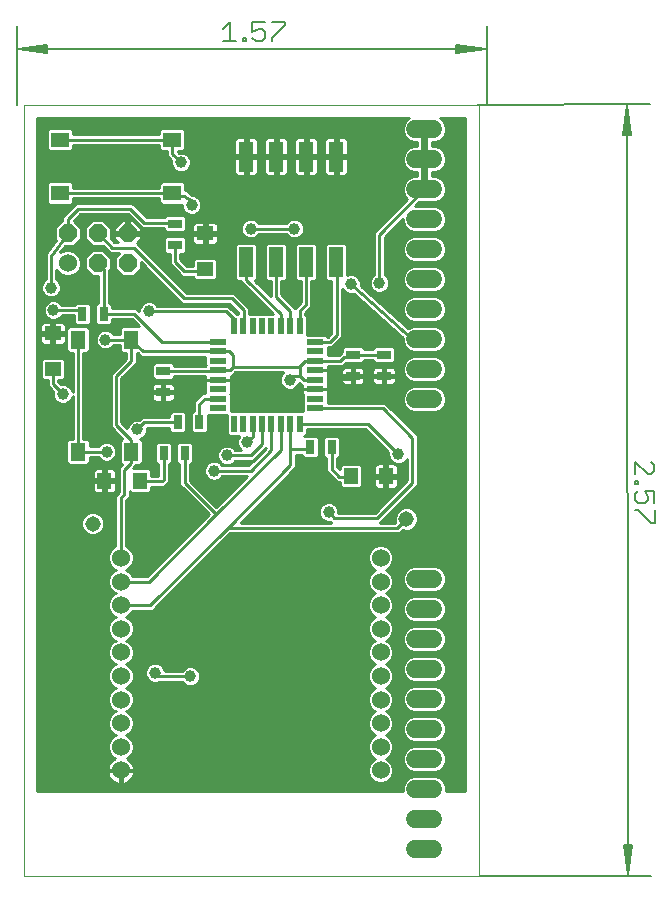
<source format=gtl>
G75*
%MOIN*%
%OFA0B0*%
%FSLAX25Y25*%
%IPPOS*%
%LPD*%
%AMOC8*
5,1,8,0,0,1.08239X$1,22.5*
%
%ADD10C,0.00000*%
%ADD11C,0.00512*%
%ADD12C,0.00600*%
%ADD13R,0.04724X0.03150*%
%ADD14R,0.04724X0.05512*%
%ADD15R,0.05512X0.04724*%
%ADD16R,0.03150X0.04724*%
%ADD17C,0.05150*%
%ADD18R,0.06102X0.05118*%
%ADD19R,0.05118X0.06102*%
%ADD20C,0.06000*%
%ADD21OC8,0.06000*%
%ADD22C,0.06000*%
%ADD23R,0.05000X0.10000*%
%ADD24R,0.05800X0.02000*%
%ADD25R,0.02000X0.05800*%
%ADD26C,0.01000*%
%ADD27C,0.03962*%
%ADD28C,0.02400*%
D10*
X0393333Y0001256D02*
X0393333Y0258343D01*
X0544908Y0258343D01*
X0544908Y0001256D01*
X0393333Y0001256D01*
D11*
X0544908Y0001256D02*
X0602447Y0001344D01*
X0594769Y0001588D02*
X0593730Y0011567D01*
X0593497Y0011567D02*
X0594769Y0001588D01*
X0595777Y0011570D01*
X0596011Y0011570D02*
X0593497Y0011567D01*
X0594242Y0011568D02*
X0594769Y0001588D01*
X0595265Y0011569D01*
X0596011Y0011570D02*
X0594769Y0001588D01*
X0594376Y0258163D01*
X0593368Y0248181D01*
X0593134Y0248181D02*
X0594376Y0258163D01*
X0595415Y0248184D01*
X0595648Y0248185D02*
X0593134Y0248181D01*
X0593880Y0248182D02*
X0594376Y0258163D01*
X0594903Y0248183D01*
X0595648Y0248185D02*
X0594376Y0258163D01*
X0602053Y0258431D02*
X0544514Y0258343D01*
X0547664Y0258343D02*
X0547664Y0284524D01*
X0547408Y0276846D02*
X0537428Y0277870D01*
X0537428Y0278103D02*
X0537428Y0275590D01*
X0547408Y0276846D01*
X0537428Y0275823D01*
X0537428Y0276335D02*
X0547408Y0276846D01*
X0537428Y0277358D01*
X0537428Y0278103D02*
X0547408Y0276846D01*
X0391227Y0276846D01*
X0401207Y0275823D01*
X0401207Y0275590D02*
X0391227Y0276846D01*
X0401207Y0277870D01*
X0401207Y0278103D02*
X0401207Y0275590D01*
X0401207Y0276335D02*
X0391227Y0276846D01*
X0401207Y0277358D01*
X0401207Y0278103D02*
X0391227Y0276846D01*
X0390971Y0284524D02*
X0390971Y0258343D01*
D12*
X0459866Y0279408D02*
X0464136Y0279408D01*
X0462001Y0279408D02*
X0462001Y0285814D01*
X0459866Y0283679D01*
X0466311Y0280476D02*
X0467379Y0280476D01*
X0467379Y0279408D01*
X0466311Y0279408D01*
X0466311Y0280476D01*
X0469534Y0280476D02*
X0470602Y0279408D01*
X0472737Y0279408D01*
X0473804Y0280476D01*
X0473804Y0282611D01*
X0472737Y0283679D01*
X0471669Y0283679D01*
X0469534Y0282611D01*
X0469534Y0285814D01*
X0473804Y0285814D01*
X0475980Y0285814D02*
X0480250Y0285814D01*
X0480250Y0284746D01*
X0475980Y0280476D01*
X0475980Y0279408D01*
X0597120Y0139331D02*
X0601398Y0135068D01*
X0602465Y0135070D01*
X0603531Y0136140D01*
X0603527Y0138275D01*
X0602458Y0139341D01*
X0597120Y0139331D02*
X0597127Y0135061D01*
X0597131Y0132886D02*
X0597133Y0131818D01*
X0598201Y0131820D01*
X0598199Y0132888D01*
X0597131Y0132886D01*
X0598204Y0129665D02*
X0597139Y0128595D01*
X0597142Y0126460D01*
X0598212Y0125395D01*
X0600347Y0125398D01*
X0601413Y0126468D01*
X0601411Y0127535D01*
X0600339Y0129669D01*
X0603542Y0129674D01*
X0603550Y0125404D01*
X0603553Y0123229D02*
X0603561Y0118958D01*
X0602493Y0118956D01*
X0598216Y0123219D01*
X0597148Y0123217D01*
D13*
X0513412Y0167949D03*
X0513412Y0175035D03*
X0502979Y0174957D03*
X0502979Y0167870D03*
X0439790Y0169524D03*
X0439790Y0162437D03*
X0443727Y0211571D03*
X0443727Y0218657D03*
D14*
X0502231Y0134484D03*
X0514042Y0134484D03*
X0431995Y0132988D03*
X0420184Y0132988D03*
D15*
X0403018Y0170232D03*
X0403018Y0182043D03*
X0453806Y0203618D03*
X0453806Y0215429D03*
D16*
X0419908Y0188657D03*
X0412822Y0188657D03*
X0444672Y0152437D03*
X0451759Y0152437D03*
X0446995Y0142201D03*
X0439908Y0142201D03*
X0488845Y0144169D03*
X0495932Y0144169D03*
D17*
X0520853Y0120232D03*
X0416286Y0118657D03*
D18*
X0405459Y0228894D03*
X0405459Y0246610D03*
X0442861Y0246610D03*
X0442861Y0228894D03*
D19*
X0429081Y0180035D03*
X0411365Y0180035D03*
X0411365Y0142634D03*
X0429081Y0142634D03*
D20*
X0425617Y0107240D03*
X0425617Y0099366D03*
X0425617Y0091492D03*
X0425617Y0083618D03*
X0425617Y0075744D03*
X0425617Y0067870D03*
X0425617Y0059996D03*
X0425617Y0052122D03*
X0425617Y0044248D03*
X0425617Y0036374D03*
X0512231Y0036374D03*
X0512231Y0044248D03*
X0512231Y0052122D03*
X0512231Y0059996D03*
X0512231Y0067870D03*
X0512231Y0075744D03*
X0512231Y0083618D03*
X0512231Y0091492D03*
X0512231Y0099366D03*
X0512231Y0107240D03*
X0407940Y0205469D03*
D21*
X0417940Y0205469D03*
X0427940Y0205469D03*
X0427940Y0215469D03*
X0417940Y0215469D03*
X0407940Y0215469D03*
D22*
X0523877Y0220075D02*
X0529877Y0220075D01*
X0529877Y0230075D02*
X0523877Y0230075D01*
X0523877Y0240075D02*
X0529877Y0240075D01*
X0529877Y0250075D02*
X0523877Y0250075D01*
X0523877Y0210075D02*
X0529877Y0210075D01*
X0529877Y0200075D02*
X0523877Y0200075D01*
X0523877Y0190075D02*
X0529877Y0190075D01*
X0529877Y0180075D02*
X0523877Y0180075D01*
X0523877Y0170075D02*
X0529877Y0170075D01*
X0529877Y0160075D02*
X0523877Y0160075D01*
X0523877Y0100193D02*
X0529877Y0100193D01*
X0529877Y0090193D02*
X0523877Y0090193D01*
X0523877Y0080193D02*
X0529877Y0080193D01*
X0529877Y0070193D02*
X0523877Y0070193D01*
X0523877Y0060193D02*
X0529877Y0060193D01*
X0529877Y0050193D02*
X0523877Y0050193D01*
X0523877Y0040193D02*
X0529877Y0040193D01*
X0529877Y0030193D02*
X0523877Y0030193D01*
X0523877Y0020193D02*
X0529877Y0020193D01*
X0529877Y0010193D02*
X0523877Y0010193D01*
D23*
X0497388Y0206000D03*
X0487388Y0206000D03*
X0477388Y0206000D03*
X0467388Y0206000D03*
X0467388Y0241000D03*
X0477388Y0241000D03*
X0487388Y0241000D03*
X0497388Y0241000D03*
D24*
X0490478Y0179224D03*
X0490478Y0176124D03*
X0490478Y0172924D03*
X0490478Y0169824D03*
X0490478Y0166624D03*
X0490478Y0163524D03*
X0490478Y0160324D03*
X0490478Y0157224D03*
X0458078Y0157224D03*
X0458078Y0160324D03*
X0458078Y0163524D03*
X0458078Y0166624D03*
X0458078Y0169824D03*
X0458078Y0172924D03*
X0458078Y0176124D03*
X0458078Y0179224D03*
D25*
X0463278Y0184424D03*
X0466378Y0184424D03*
X0469578Y0184424D03*
X0472678Y0184424D03*
X0475878Y0184424D03*
X0478978Y0184424D03*
X0482178Y0184424D03*
X0485278Y0184424D03*
X0485278Y0152024D03*
X0482178Y0152024D03*
X0478978Y0152024D03*
X0475878Y0152024D03*
X0472678Y0152024D03*
X0469578Y0152024D03*
X0466378Y0152024D03*
X0463278Y0152024D03*
D26*
X0460978Y0152031D02*
X0454633Y0152031D01*
X0454633Y0151033D02*
X0460978Y0151033D01*
X0460978Y0150034D02*
X0454633Y0150034D01*
X0454633Y0149536D02*
X0454633Y0154931D01*
X0454640Y0154924D01*
X0460978Y0154924D01*
X0460978Y0148586D01*
X0461740Y0147824D01*
X0464817Y0147824D01*
X0464828Y0147836D01*
X0464840Y0147824D01*
X0465183Y0147824D01*
X0464961Y0147603D01*
X0464462Y0146397D01*
X0464462Y0145091D01*
X0464961Y0143885D01*
X0465633Y0143213D01*
X0463856Y0143213D01*
X0463831Y0143272D01*
X0462908Y0144195D01*
X0461703Y0144694D01*
X0460397Y0144694D01*
X0459191Y0144195D01*
X0458268Y0143272D01*
X0457769Y0142066D01*
X0457769Y0140761D01*
X0458268Y0139555D01*
X0459191Y0138632D01*
X0460397Y0138132D01*
X0461703Y0138132D01*
X0462908Y0138632D01*
X0463831Y0139555D01*
X0463856Y0139613D01*
X0469669Y0139613D01*
X0470724Y0140668D01*
X0474078Y0144022D01*
X0474078Y0143995D01*
X0468178Y0138095D01*
X0459525Y0138095D01*
X0459501Y0138154D01*
X0458578Y0139077D01*
X0457372Y0139576D01*
X0456066Y0139576D01*
X0454861Y0139077D01*
X0453938Y0138154D01*
X0453438Y0136948D01*
X0453438Y0135643D01*
X0453938Y0134437D01*
X0454861Y0133514D01*
X0456066Y0133014D01*
X0457372Y0133014D01*
X0458578Y0133514D01*
X0459501Y0134437D01*
X0459525Y0134495D01*
X0467728Y0134495D01*
X0457507Y0124274D01*
X0448795Y0132986D01*
X0448795Y0138539D01*
X0449108Y0138539D01*
X0449870Y0139300D01*
X0449870Y0145101D01*
X0449108Y0145863D01*
X0444881Y0145863D01*
X0444120Y0145101D01*
X0444120Y0139300D01*
X0444881Y0138539D01*
X0445195Y0138539D01*
X0445195Y0131495D01*
X0446249Y0130440D01*
X0446249Y0130440D01*
X0454961Y0121728D01*
X0434399Y0101166D01*
X0429525Y0101166D01*
X0429262Y0101802D01*
X0428053Y0103011D01*
X0427348Y0103303D01*
X0428053Y0103595D01*
X0429262Y0104804D01*
X0429917Y0106385D01*
X0429917Y0108095D01*
X0429262Y0109676D01*
X0428053Y0110886D01*
X0427417Y0111149D01*
X0427417Y0126495D01*
X0427543Y0126621D01*
X0428598Y0127676D01*
X0428598Y0129428D01*
X0429094Y0128932D01*
X0434895Y0128932D01*
X0435657Y0129694D01*
X0435657Y0130952D01*
X0440142Y0130952D01*
X0440654Y0131464D01*
X0441708Y0132518D01*
X0441708Y0138539D01*
X0442021Y0138539D01*
X0442783Y0139300D01*
X0442783Y0145101D01*
X0442021Y0145863D01*
X0437795Y0145863D01*
X0437033Y0145101D01*
X0437033Y0139300D01*
X0437795Y0138539D01*
X0438108Y0138539D01*
X0438108Y0134552D01*
X0435657Y0134552D01*
X0435657Y0136283D01*
X0434895Y0137044D01*
X0429699Y0137044D01*
X0430881Y0138227D01*
X0430881Y0138283D01*
X0432179Y0138283D01*
X0432940Y0139044D01*
X0432940Y0146224D01*
X0432198Y0146966D01*
X0432987Y0147293D01*
X0433910Y0148216D01*
X0434410Y0149422D01*
X0434410Y0150637D01*
X0441797Y0150637D01*
X0441797Y0149536D01*
X0442559Y0148775D01*
X0446785Y0148775D01*
X0447547Y0149536D01*
X0447547Y0155338D01*
X0446785Y0156099D01*
X0442559Y0156099D01*
X0441797Y0155338D01*
X0441797Y0154237D01*
X0432745Y0154237D01*
X0431840Y0153332D01*
X0431781Y0153356D01*
X0430476Y0153356D01*
X0429270Y0152856D01*
X0428347Y0151933D01*
X0427848Y0150727D01*
X0427848Y0150390D01*
X0425842Y0152395D01*
X0425842Y0167046D01*
X0429906Y0171109D01*
X0430960Y0172164D01*
X0430960Y0175650D01*
X0431232Y0175379D01*
X0432286Y0174324D01*
X0453878Y0174324D01*
X0453878Y0171386D01*
X0453890Y0171374D01*
X0453878Y0171363D01*
X0453878Y0171324D01*
X0443452Y0171324D01*
X0443452Y0171637D01*
X0442691Y0172398D01*
X0436889Y0172398D01*
X0436128Y0171637D01*
X0436128Y0167410D01*
X0436889Y0166649D01*
X0442691Y0166649D01*
X0443452Y0167410D01*
X0443452Y0167724D01*
X0453678Y0167724D01*
X0453678Y0166624D01*
X0453678Y0165427D01*
X0453780Y0165045D01*
X0453878Y0164876D01*
X0453878Y0162124D01*
X0452837Y0162124D01*
X0451783Y0161070D01*
X0449959Y0159246D01*
X0449959Y0156099D01*
X0449645Y0156099D01*
X0448884Y0155338D01*
X0448884Y0149536D01*
X0449645Y0148775D01*
X0453872Y0148775D01*
X0454633Y0149536D01*
X0454133Y0149036D02*
X0460978Y0149036D01*
X0461527Y0148037D02*
X0433731Y0148037D01*
X0434250Y0149036D02*
X0442298Y0149036D01*
X0441797Y0150034D02*
X0434410Y0150034D01*
X0433491Y0152437D02*
X0431129Y0150075D01*
X0432372Y0147039D02*
X0464728Y0147039D01*
X0464462Y0146040D02*
X0432940Y0146040D01*
X0432940Y0145042D02*
X0437033Y0145042D01*
X0437033Y0144043D02*
X0432940Y0144043D01*
X0432940Y0143045D02*
X0437033Y0143045D01*
X0437033Y0142046D02*
X0432940Y0142046D01*
X0432940Y0141047D02*
X0437033Y0141047D01*
X0437033Y0140049D02*
X0432940Y0140049D01*
X0432940Y0139050D02*
X0437283Y0139050D01*
X0438108Y0138052D02*
X0430706Y0138052D01*
X0429708Y0137053D02*
X0438108Y0137053D01*
X0438108Y0136055D02*
X0435657Y0136055D01*
X0435657Y0135056D02*
X0438108Y0135056D01*
X0439908Y0133264D02*
X0439908Y0142201D01*
X0442783Y0142046D02*
X0444120Y0142046D01*
X0444120Y0143045D02*
X0442783Y0143045D01*
X0442783Y0144043D02*
X0444120Y0144043D01*
X0444120Y0145042D02*
X0442783Y0145042D01*
X0446995Y0142201D02*
X0446995Y0132240D01*
X0457507Y0121728D01*
X0435144Y0099366D01*
X0425617Y0099366D01*
X0423885Y0095429D02*
X0423181Y0095721D01*
X0421971Y0096930D01*
X0421317Y0098511D01*
X0421317Y0100221D01*
X0421971Y0101802D01*
X0423181Y0103011D01*
X0423885Y0103303D01*
X0423181Y0103595D01*
X0421971Y0104804D01*
X0421317Y0106385D01*
X0421317Y0108095D01*
X0421971Y0109676D01*
X0423181Y0110886D01*
X0423817Y0111149D01*
X0423817Y0127986D01*
X0424998Y0129167D01*
X0424998Y0137435D01*
X0425915Y0138352D01*
X0425222Y0139044D01*
X0425222Y0146224D01*
X0425984Y0146985D01*
X0426161Y0146985D01*
X0423296Y0149850D01*
X0423296Y0149850D01*
X0422242Y0150904D01*
X0422242Y0168537D01*
X0427360Y0173655D01*
X0427360Y0175684D01*
X0425984Y0175684D01*
X0425222Y0176446D01*
X0425222Y0178208D01*
X0424281Y0178201D01*
X0424276Y0178196D01*
X0423536Y0178196D01*
X0423304Y0178194D01*
X0423280Y0178137D01*
X0422357Y0177214D01*
X0421151Y0176715D01*
X0419846Y0176715D01*
X0418640Y0177214D01*
X0417717Y0178137D01*
X0417218Y0179343D01*
X0417218Y0180649D01*
X0417717Y0181855D01*
X0418640Y0182778D01*
X0419846Y0183277D01*
X0421151Y0183277D01*
X0422357Y0182778D01*
X0423280Y0181855D01*
X0423305Y0181796D01*
X0423523Y0181796D01*
X0425222Y0181808D01*
X0425222Y0183625D01*
X0425984Y0184387D01*
X0431752Y0184387D01*
X0429281Y0186857D01*
X0422783Y0186857D01*
X0422783Y0185757D01*
X0422021Y0184995D01*
X0417795Y0184995D01*
X0417033Y0185757D01*
X0417033Y0191558D01*
X0417795Y0192320D01*
X0418108Y0192320D01*
X0418108Y0201169D01*
X0416159Y0201169D01*
X0413640Y0203687D01*
X0413640Y0207250D01*
X0416159Y0209768D01*
X0419721Y0209768D01*
X0422240Y0207250D01*
X0422240Y0203687D01*
X0421708Y0203156D01*
X0421708Y0192320D01*
X0422021Y0192320D01*
X0422783Y0191558D01*
X0422783Y0190457D01*
X0430772Y0190457D01*
X0431785Y0189445D01*
X0431785Y0190098D01*
X0432284Y0191303D01*
X0433207Y0192226D01*
X0434413Y0192726D01*
X0435718Y0192726D01*
X0436924Y0192226D01*
X0437847Y0191303D01*
X0437871Y0191245D01*
X0459871Y0191245D01*
X0459950Y0191324D01*
X0461441Y0191324D01*
X0462496Y0190269D01*
X0464024Y0188741D01*
X0464140Y0188624D01*
X0464762Y0188624D01*
X0464762Y0189093D01*
X0461879Y0191976D01*
X0446131Y0191976D01*
X0445077Y0193030D01*
X0432240Y0205867D01*
X0432240Y0203687D01*
X0429721Y0201169D01*
X0426159Y0201169D01*
X0423640Y0203687D01*
X0423640Y0207250D01*
X0425216Y0208826D01*
X0422037Y0208826D01*
X0419694Y0211169D01*
X0416159Y0211169D01*
X0413640Y0213687D01*
X0413640Y0217250D01*
X0416159Y0219768D01*
X0419721Y0219768D01*
X0422240Y0217250D01*
X0422240Y0213714D01*
X0423528Y0212426D01*
X0424618Y0212426D01*
X0423440Y0213605D01*
X0423440Y0214969D01*
X0427440Y0214969D01*
X0427440Y0215968D01*
X0423440Y0215968D01*
X0423440Y0217332D01*
X0426076Y0219968D01*
X0427440Y0219968D01*
X0427440Y0215969D01*
X0428440Y0215969D01*
X0428440Y0219968D01*
X0429804Y0219968D01*
X0432440Y0217332D01*
X0432440Y0215968D01*
X0428440Y0215968D01*
X0428440Y0214969D01*
X0432440Y0214969D01*
X0432440Y0213605D01*
X0431016Y0212181D01*
X0431826Y0211372D01*
X0431826Y0211372D01*
X0447622Y0195576D01*
X0463370Y0195576D01*
X0467307Y0191639D01*
X0468362Y0190584D01*
X0468362Y0188624D01*
X0471117Y0188624D01*
X0471128Y0188613D01*
X0471140Y0188624D01*
X0474217Y0188624D01*
X0474278Y0188563D01*
X0474340Y0188624D01*
X0476254Y0188624D01*
X0466643Y0198235D01*
X0465588Y0199290D01*
X0465588Y0199700D01*
X0464350Y0199700D01*
X0463588Y0200462D01*
X0463588Y0211538D01*
X0464350Y0212300D01*
X0470427Y0212300D01*
X0471188Y0211538D01*
X0471188Y0200462D01*
X0470427Y0199700D01*
X0470269Y0199700D01*
X0475588Y0194381D01*
X0475588Y0199700D01*
X0474350Y0199700D01*
X0473588Y0200462D01*
X0473588Y0211538D01*
X0474350Y0212300D01*
X0480427Y0212300D01*
X0481188Y0211538D01*
X0481188Y0200462D01*
X0480427Y0199700D01*
X0479188Y0199700D01*
X0479188Y0195112D01*
X0483688Y0190612D01*
X0485588Y0192513D01*
X0485588Y0199700D01*
X0484350Y0199700D01*
X0483588Y0200462D01*
X0483588Y0211538D01*
X0484350Y0212300D01*
X0490427Y0212300D01*
X0491188Y0211538D01*
X0491188Y0200462D01*
X0490427Y0199700D01*
X0489188Y0199700D01*
X0489188Y0191022D01*
X0488134Y0189968D01*
X0487078Y0188912D01*
X0487078Y0188363D01*
X0487578Y0187863D01*
X0487578Y0181524D01*
X0493917Y0181524D01*
X0494417Y0181024D01*
X0494572Y0181024D01*
X0495864Y0182316D01*
X0495864Y0199700D01*
X0494350Y0199700D01*
X0493588Y0200462D01*
X0493588Y0211538D01*
X0494350Y0212300D01*
X0500427Y0212300D01*
X0501188Y0211538D01*
X0501188Y0201554D01*
X0501736Y0201781D01*
X0503041Y0201781D01*
X0504247Y0201282D01*
X0505170Y0200359D01*
X0505670Y0199153D01*
X0505670Y0197961D01*
X0521437Y0183716D01*
X0521441Y0183720D01*
X0523021Y0184375D01*
X0530732Y0184375D01*
X0532312Y0183720D01*
X0533522Y0182511D01*
X0534177Y0180930D01*
X0534177Y0179219D01*
X0533522Y0177639D01*
X0532312Y0176429D01*
X0530732Y0175775D01*
X0523021Y0175775D01*
X0521441Y0176429D01*
X0520231Y0177639D01*
X0519577Y0179219D01*
X0519577Y0180545D01*
X0503243Y0195302D01*
X0503041Y0195219D01*
X0501736Y0195219D01*
X0500530Y0195718D01*
X0499607Y0196641D01*
X0499464Y0196986D01*
X0499464Y0180825D01*
X0498410Y0179771D01*
X0496063Y0177424D01*
X0494678Y0177424D01*
X0494678Y0174724D01*
X0498115Y0174724D01*
X0498226Y0174836D01*
X0499281Y0175891D01*
X0499317Y0175891D01*
X0499317Y0177070D01*
X0500078Y0177831D01*
X0505880Y0177831D01*
X0506641Y0177070D01*
X0506641Y0176757D01*
X0509750Y0176757D01*
X0509750Y0177149D01*
X0510511Y0177910D01*
X0516313Y0177910D01*
X0517074Y0177149D01*
X0517074Y0172922D01*
X0516313Y0172161D01*
X0510511Y0172161D01*
X0509750Y0172922D01*
X0509750Y0173157D01*
X0506641Y0173157D01*
X0506641Y0172843D01*
X0505880Y0172082D01*
X0500563Y0172082D01*
X0499606Y0171124D01*
X0494851Y0171124D01*
X0494878Y0171022D01*
X0494878Y0169824D01*
X0490478Y0169824D01*
X0496418Y0169824D01*
X0499239Y0167004D01*
X0495759Y0163524D01*
X0490478Y0163524D01*
X0486078Y0163524D01*
X0486078Y0162327D01*
X0486180Y0161945D01*
X0486278Y0161776D01*
X0486278Y0158786D01*
X0486290Y0158774D01*
X0486278Y0158763D01*
X0486278Y0156224D01*
X0483740Y0156224D01*
X0483728Y0156213D01*
X0483717Y0156224D01*
X0480640Y0156224D01*
X0480578Y0156163D01*
X0480517Y0156224D01*
X0477440Y0156224D01*
X0477428Y0156213D01*
X0477417Y0156224D01*
X0474340Y0156224D01*
X0474278Y0156163D01*
X0474217Y0156224D01*
X0471140Y0156224D01*
X0471128Y0156213D01*
X0471117Y0156224D01*
X0468040Y0156224D01*
X0467978Y0156163D01*
X0467917Y0156224D01*
X0464840Y0156224D01*
X0464828Y0156213D01*
X0464817Y0156224D01*
X0462278Y0156224D01*
X0462278Y0158763D01*
X0462267Y0158774D01*
X0462278Y0158786D01*
X0462278Y0161863D01*
X0462217Y0161924D01*
X0462278Y0161986D01*
X0462278Y0164876D01*
X0462376Y0165045D01*
X0462478Y0165427D01*
X0462478Y0166624D01*
X0458078Y0166624D01*
X0453678Y0166624D01*
X0458078Y0166624D01*
X0458078Y0166624D01*
X0468122Y0166624D01*
X0471680Y0163461D01*
X0472861Y0162280D01*
X0483491Y0162280D01*
X0484736Y0163524D01*
X0490478Y0163524D01*
X0490478Y0163524D01*
X0486078Y0163524D01*
X0486078Y0164722D01*
X0486106Y0164824D01*
X0485881Y0164824D01*
X0485065Y0165640D01*
X0484698Y0164752D01*
X0483775Y0163829D01*
X0482569Y0163329D01*
X0481263Y0163329D01*
X0480057Y0163829D01*
X0479134Y0164752D01*
X0478635Y0165958D01*
X0478635Y0167263D01*
X0479134Y0168469D01*
X0479807Y0169141D01*
X0463764Y0169141D01*
X0463702Y0169079D01*
X0462647Y0168024D01*
X0462424Y0168024D01*
X0462478Y0167822D01*
X0462478Y0166624D01*
X0458078Y0166624D01*
X0458064Y0166610D01*
X0450026Y0166610D01*
X0445853Y0162437D01*
X0439790Y0162437D01*
X0439633Y0162280D01*
X0434278Y0162280D01*
X0431916Y0165035D01*
X0431916Y0167398D01*
X0428801Y0170004D02*
X0436128Y0170004D01*
X0436128Y0169006D02*
X0427802Y0169006D01*
X0426804Y0168007D02*
X0436128Y0168007D01*
X0436529Y0167009D02*
X0425842Y0167009D01*
X0425842Y0166010D02*
X0453678Y0166010D01*
X0453678Y0167009D02*
X0443051Y0167009D01*
X0442731Y0165410D02*
X0442350Y0165512D01*
X0440077Y0165512D01*
X0440077Y0162724D01*
X0439503Y0162724D01*
X0439503Y0162150D01*
X0435928Y0162150D01*
X0435928Y0160665D01*
X0436030Y0160283D01*
X0436228Y0159941D01*
X0436507Y0159662D01*
X0436849Y0159464D01*
X0437230Y0159362D01*
X0439503Y0159362D01*
X0439503Y0162150D01*
X0440077Y0162150D01*
X0440077Y0159362D01*
X0442350Y0159362D01*
X0442731Y0159464D01*
X0443073Y0159662D01*
X0443353Y0159941D01*
X0443550Y0160283D01*
X0443652Y0160665D01*
X0443652Y0162150D01*
X0440077Y0162150D01*
X0440077Y0162724D01*
X0443652Y0162724D01*
X0443652Y0164209D01*
X0443550Y0164591D01*
X0443353Y0164933D01*
X0443073Y0165212D01*
X0442731Y0165410D01*
X0443274Y0165012D02*
X0453800Y0165012D01*
X0453878Y0164013D02*
X0443652Y0164013D01*
X0443652Y0163015D02*
X0453878Y0163015D01*
X0452729Y0162016D02*
X0443652Y0162016D01*
X0443652Y0161018D02*
X0451731Y0161018D01*
X0450732Y0160019D02*
X0443398Y0160019D01*
X0440077Y0160019D02*
X0439503Y0160019D01*
X0439503Y0161018D02*
X0440077Y0161018D01*
X0440077Y0162016D02*
X0439503Y0162016D01*
X0439503Y0162724D02*
X0435928Y0162724D01*
X0435928Y0164209D01*
X0436030Y0164591D01*
X0436228Y0164933D01*
X0436507Y0165212D01*
X0436849Y0165410D01*
X0437230Y0165512D01*
X0439503Y0165512D01*
X0439503Y0162724D01*
X0439503Y0163015D02*
X0440077Y0163015D01*
X0440077Y0164013D02*
X0439503Y0164013D01*
X0439503Y0165012D02*
X0440077Y0165012D01*
X0436306Y0165012D02*
X0425842Y0165012D01*
X0425842Y0164013D02*
X0435928Y0164013D01*
X0435928Y0163015D02*
X0425842Y0163015D01*
X0425842Y0162016D02*
X0435928Y0162016D01*
X0435928Y0161018D02*
X0425842Y0161018D01*
X0425842Y0160019D02*
X0436182Y0160019D01*
X0425842Y0159021D02*
X0449959Y0159021D01*
X0449959Y0158022D02*
X0425842Y0158022D01*
X0425842Y0157024D02*
X0449959Y0157024D01*
X0449571Y0156025D02*
X0446859Y0156025D01*
X0447547Y0155027D02*
X0448884Y0155027D01*
X0448884Y0154028D02*
X0447547Y0154028D01*
X0447547Y0153030D02*
X0448884Y0153030D01*
X0448884Y0152031D02*
X0447547Y0152031D01*
X0447547Y0151033D02*
X0448884Y0151033D01*
X0448884Y0150034D02*
X0447547Y0150034D01*
X0447046Y0149036D02*
X0449384Y0149036D01*
X0449870Y0145042D02*
X0464482Y0145042D01*
X0464896Y0144043D02*
X0463060Y0144043D01*
X0461050Y0141413D02*
X0468924Y0141413D01*
X0472678Y0145168D01*
X0472678Y0152024D01*
X0469578Y0152024D02*
X0469578Y0147580D01*
X0467743Y0145744D01*
X0472102Y0142046D02*
X0472129Y0142046D01*
X0473101Y0143045D02*
X0473128Y0143045D01*
X0475878Y0143250D02*
X0468924Y0136295D01*
X0456719Y0136295D01*
X0453681Y0135056D02*
X0448795Y0135056D01*
X0448795Y0134058D02*
X0454316Y0134058D01*
X0455957Y0133059D02*
X0448795Y0133059D01*
X0449720Y0132061D02*
X0465294Y0132061D01*
X0466292Y0133059D02*
X0457481Y0133059D01*
X0459122Y0134058D02*
X0467291Y0134058D01*
X0464295Y0131062D02*
X0450718Y0131062D01*
X0451717Y0130064D02*
X0463297Y0130064D01*
X0462298Y0129065D02*
X0452715Y0129065D01*
X0453714Y0128067D02*
X0461299Y0128067D01*
X0460301Y0127068D02*
X0454712Y0127068D01*
X0455711Y0126070D02*
X0459302Y0126070D01*
X0458304Y0125071D02*
X0456709Y0125071D01*
X0457507Y0121728D02*
X0478978Y0143200D01*
X0478978Y0152024D01*
X0475878Y0152024D02*
X0475878Y0143250D01*
X0471131Y0141047D02*
X0471104Y0141047D01*
X0470132Y0140049D02*
X0470105Y0140049D01*
X0469133Y0139050D02*
X0463327Y0139050D01*
X0458773Y0139050D02*
X0458604Y0139050D01*
X0458064Y0140049D02*
X0449870Y0140049D01*
X0449870Y0141047D02*
X0457769Y0141047D01*
X0457769Y0142046D02*
X0449870Y0142046D01*
X0449870Y0143045D02*
X0458174Y0143045D01*
X0459039Y0144043D02*
X0449870Y0144043D01*
X0449620Y0139050D02*
X0454834Y0139050D01*
X0453895Y0138052D02*
X0448795Y0138052D01*
X0448795Y0137053D02*
X0453482Y0137053D01*
X0453438Y0136055D02*
X0448795Y0136055D01*
X0445195Y0136055D02*
X0441708Y0136055D01*
X0441708Y0137053D02*
X0445195Y0137053D01*
X0445195Y0138052D02*
X0441708Y0138052D01*
X0442533Y0139050D02*
X0444370Y0139050D01*
X0444120Y0140049D02*
X0442783Y0140049D01*
X0442783Y0141047D02*
X0444120Y0141047D01*
X0445195Y0135056D02*
X0441708Y0135056D01*
X0441708Y0134058D02*
X0445195Y0134058D01*
X0445195Y0133059D02*
X0441708Y0133059D01*
X0441251Y0132061D02*
X0445195Y0132061D01*
X0445627Y0131062D02*
X0440252Y0131062D01*
X0439396Y0132752D02*
X0439908Y0133264D01*
X0439396Y0132752D02*
X0431916Y0132752D01*
X0430459Y0134209D01*
X0431995Y0132988D01*
X0431050Y0133146D01*
X0426798Y0136689D02*
X0426798Y0128421D01*
X0425617Y0127240D01*
X0425617Y0107240D01*
X0429917Y0107098D02*
X0440331Y0107098D01*
X0441329Y0108097D02*
X0429916Y0108097D01*
X0429503Y0109095D02*
X0442328Y0109095D01*
X0443326Y0110094D02*
X0428844Y0110094D01*
X0427554Y0111092D02*
X0444325Y0111092D01*
X0445323Y0112091D02*
X0427417Y0112091D01*
X0427417Y0113089D02*
X0446322Y0113089D01*
X0447320Y0114088D02*
X0427417Y0114088D01*
X0427417Y0115086D02*
X0448319Y0115086D01*
X0449317Y0116085D02*
X0427417Y0116085D01*
X0427417Y0117083D02*
X0450316Y0117083D01*
X0451314Y0118082D02*
X0427417Y0118082D01*
X0427417Y0119080D02*
X0452313Y0119080D01*
X0453311Y0120079D02*
X0427417Y0120079D01*
X0427417Y0121077D02*
X0454310Y0121077D01*
X0454614Y0122076D02*
X0427417Y0122076D01*
X0427417Y0123074D02*
X0453615Y0123074D01*
X0452617Y0124073D02*
X0427417Y0124073D01*
X0427417Y0125071D02*
X0451618Y0125071D01*
X0450620Y0126070D02*
X0427417Y0126070D01*
X0427991Y0127068D02*
X0449621Y0127068D01*
X0448622Y0128067D02*
X0428598Y0128067D01*
X0428598Y0129065D02*
X0428961Y0129065D01*
X0424896Y0129065D02*
X0423500Y0129065D01*
X0423467Y0129032D02*
X0423746Y0129311D01*
X0423944Y0129653D01*
X0424046Y0130035D01*
X0424046Y0132488D01*
X0420684Y0132488D01*
X0420684Y0133488D01*
X0424046Y0133488D01*
X0424046Y0135942D01*
X0423944Y0136323D01*
X0423746Y0136665D01*
X0423467Y0136944D01*
X0423125Y0137142D01*
X0422743Y0137244D01*
X0420684Y0137244D01*
X0420684Y0133488D01*
X0419684Y0133488D01*
X0419684Y0137244D01*
X0417624Y0137244D01*
X0417243Y0137142D01*
X0416900Y0136944D01*
X0416621Y0136665D01*
X0416424Y0136323D01*
X0416322Y0135942D01*
X0416322Y0133488D01*
X0419684Y0133488D01*
X0419684Y0132488D01*
X0420684Y0132488D01*
X0420684Y0128732D01*
X0422743Y0128732D01*
X0423125Y0128835D01*
X0423467Y0129032D01*
X0423898Y0128067D02*
X0397833Y0128067D01*
X0397833Y0129065D02*
X0416867Y0129065D01*
X0416900Y0129032D02*
X0417243Y0128835D01*
X0417624Y0128732D01*
X0419684Y0128732D01*
X0419684Y0132488D01*
X0416322Y0132488D01*
X0416322Y0130035D01*
X0416424Y0129653D01*
X0416621Y0129311D01*
X0416900Y0129032D01*
X0416322Y0130064D02*
X0397833Y0130064D01*
X0397833Y0131062D02*
X0416322Y0131062D01*
X0416322Y0132061D02*
X0397833Y0132061D01*
X0397833Y0133059D02*
X0419684Y0133059D01*
X0420026Y0133146D02*
X0420184Y0132988D01*
X0420026Y0133146D02*
X0413018Y0133146D01*
X0416322Y0134058D02*
X0397833Y0134058D01*
X0397833Y0135056D02*
X0416322Y0135056D01*
X0416352Y0136055D02*
X0397833Y0136055D01*
X0397833Y0137053D02*
X0417089Y0137053D01*
X0419684Y0137053D02*
X0420684Y0137053D01*
X0420684Y0136055D02*
X0419684Y0136055D01*
X0419684Y0135056D02*
X0420684Y0135056D01*
X0420684Y0134058D02*
X0419684Y0134058D01*
X0420684Y0133059D02*
X0424998Y0133059D01*
X0424998Y0132061D02*
X0424046Y0132061D01*
X0424046Y0131062D02*
X0424998Y0131062D01*
X0424998Y0130064D02*
X0424046Y0130064D01*
X0423817Y0127068D02*
X0397833Y0127068D01*
X0397833Y0126070D02*
X0423817Y0126070D01*
X0423817Y0125071D02*
X0397833Y0125071D01*
X0397833Y0124073D02*
X0423817Y0124073D01*
X0423817Y0123074D02*
X0397833Y0123074D01*
X0397833Y0122076D02*
X0414413Y0122076D01*
X0414091Y0121942D02*
X0413001Y0120852D01*
X0412411Y0119428D01*
X0412411Y0117887D01*
X0413001Y0116463D01*
X0414091Y0115373D01*
X0415515Y0114783D01*
X0417057Y0114783D01*
X0418481Y0115373D01*
X0419571Y0116463D01*
X0420161Y0117887D01*
X0420161Y0119428D01*
X0419571Y0120852D01*
X0418481Y0121942D01*
X0417057Y0122532D01*
X0415515Y0122532D01*
X0414091Y0121942D01*
X0413226Y0121077D02*
X0397833Y0121077D01*
X0397833Y0120079D02*
X0412681Y0120079D01*
X0412411Y0119080D02*
X0397833Y0119080D01*
X0397833Y0118082D02*
X0412411Y0118082D01*
X0412744Y0117083D02*
X0397833Y0117083D01*
X0397833Y0116085D02*
X0413379Y0116085D01*
X0414783Y0115086D02*
X0397833Y0115086D01*
X0397833Y0114088D02*
X0423817Y0114088D01*
X0423817Y0115086D02*
X0417790Y0115086D01*
X0419193Y0116085D02*
X0423817Y0116085D01*
X0423817Y0117083D02*
X0419828Y0117083D01*
X0420161Y0118082D02*
X0423817Y0118082D01*
X0423817Y0119080D02*
X0420161Y0119080D01*
X0419891Y0120079D02*
X0423817Y0120079D01*
X0423817Y0121077D02*
X0419346Y0121077D01*
X0418159Y0122076D02*
X0423817Y0122076D01*
X0420684Y0129065D02*
X0419684Y0129065D01*
X0419684Y0130064D02*
X0420684Y0130064D01*
X0420684Y0131062D02*
X0419684Y0131062D01*
X0419684Y0132061D02*
X0420684Y0132061D01*
X0424046Y0134058D02*
X0424998Y0134058D01*
X0424998Y0135056D02*
X0424046Y0135056D01*
X0424016Y0136055D02*
X0424998Y0136055D01*
X0424998Y0137053D02*
X0423278Y0137053D01*
X0425615Y0138052D02*
X0397833Y0138052D01*
X0397833Y0139050D02*
X0407506Y0139050D01*
X0407506Y0139044D02*
X0408267Y0138283D01*
X0414462Y0138283D01*
X0415224Y0139044D01*
X0415224Y0140834D01*
X0418070Y0140834D01*
X0418111Y0140736D01*
X0419034Y0139813D01*
X0420240Y0139313D01*
X0421545Y0139313D01*
X0422751Y0139813D01*
X0423674Y0140736D01*
X0424173Y0141942D01*
X0424173Y0143247D01*
X0423674Y0144453D01*
X0422751Y0145376D01*
X0421545Y0145876D01*
X0420240Y0145876D01*
X0419034Y0145376D01*
X0418111Y0144453D01*
X0418103Y0144434D01*
X0415224Y0144434D01*
X0415224Y0146224D01*
X0414462Y0146985D01*
X0413165Y0146985D01*
X0413165Y0175684D01*
X0414462Y0175684D01*
X0415224Y0176446D01*
X0415224Y0183625D01*
X0414462Y0184387D01*
X0408267Y0184387D01*
X0407506Y0183625D01*
X0407506Y0176446D01*
X0408267Y0175684D01*
X0409565Y0175684D01*
X0409565Y0162639D01*
X0409107Y0163744D01*
X0408184Y0164667D01*
X0406978Y0165167D01*
X0405673Y0165167D01*
X0405614Y0165143D01*
X0404818Y0165938D01*
X0404818Y0166570D01*
X0406313Y0166570D01*
X0407074Y0167332D01*
X0407074Y0173133D01*
X0406313Y0173894D01*
X0399724Y0173894D01*
X0398962Y0173133D01*
X0398962Y0167332D01*
X0399724Y0166570D01*
X0401218Y0166570D01*
X0401218Y0164447D01*
X0402273Y0163393D01*
X0403069Y0162597D01*
X0403044Y0162538D01*
X0403044Y0161233D01*
X0403544Y0160027D01*
X0404467Y0159104D01*
X0405673Y0158605D01*
X0406978Y0158605D01*
X0408184Y0159104D01*
X0409107Y0160027D01*
X0409565Y0161132D01*
X0409565Y0146985D01*
X0408267Y0146985D01*
X0407506Y0146224D01*
X0407506Y0139044D01*
X0407506Y0140049D02*
X0397833Y0140049D01*
X0397833Y0141047D02*
X0407506Y0141047D01*
X0407506Y0142046D02*
X0397833Y0142046D01*
X0397833Y0143045D02*
X0407506Y0143045D01*
X0407506Y0144043D02*
X0397833Y0144043D01*
X0397833Y0145042D02*
X0407506Y0145042D01*
X0407506Y0146040D02*
X0397833Y0146040D01*
X0397833Y0147039D02*
X0409565Y0147039D01*
X0409565Y0148037D02*
X0397833Y0148037D01*
X0397833Y0149036D02*
X0409565Y0149036D01*
X0409565Y0150034D02*
X0397833Y0150034D01*
X0397833Y0151033D02*
X0409565Y0151033D01*
X0409565Y0152031D02*
X0397833Y0152031D01*
X0397833Y0153030D02*
X0409565Y0153030D01*
X0409565Y0154028D02*
X0397833Y0154028D01*
X0397833Y0155027D02*
X0409565Y0155027D01*
X0409565Y0156025D02*
X0397833Y0156025D01*
X0397833Y0157024D02*
X0409565Y0157024D01*
X0409565Y0158022D02*
X0397833Y0158022D01*
X0397833Y0159021D02*
X0404669Y0159021D01*
X0403552Y0160019D02*
X0397833Y0160019D01*
X0397833Y0161018D02*
X0403134Y0161018D01*
X0403044Y0162016D02*
X0397833Y0162016D01*
X0397833Y0163015D02*
X0402651Y0163015D01*
X0401652Y0164013D02*
X0397833Y0164013D01*
X0397833Y0165012D02*
X0401218Y0165012D01*
X0401218Y0166010D02*
X0397833Y0166010D01*
X0397833Y0167009D02*
X0399285Y0167009D01*
X0398962Y0168007D02*
X0397833Y0168007D01*
X0397833Y0169006D02*
X0398962Y0169006D01*
X0398962Y0170004D02*
X0397833Y0170004D01*
X0397833Y0171003D02*
X0398962Y0171003D01*
X0398962Y0172001D02*
X0397833Y0172001D01*
X0397833Y0173000D02*
X0398962Y0173000D01*
X0397833Y0173998D02*
X0409565Y0173998D01*
X0409565Y0173000D02*
X0407074Y0173000D01*
X0407074Y0172001D02*
X0409565Y0172001D01*
X0409565Y0171003D02*
X0407074Y0171003D01*
X0407074Y0170004D02*
X0409565Y0170004D01*
X0409565Y0169006D02*
X0407074Y0169006D01*
X0407074Y0168007D02*
X0409565Y0168007D01*
X0409565Y0167009D02*
X0406751Y0167009D01*
X0407353Y0165012D02*
X0409565Y0165012D01*
X0409565Y0166010D02*
X0404818Y0166010D01*
X0403018Y0165193D02*
X0403018Y0170232D01*
X0403018Y0165193D02*
X0406325Y0161886D01*
X0409409Y0163015D02*
X0409565Y0163015D01*
X0409565Y0164013D02*
X0408838Y0164013D01*
X0409517Y0161018D02*
X0409565Y0161018D01*
X0409565Y0160019D02*
X0409099Y0160019D01*
X0409565Y0159021D02*
X0407982Y0159021D01*
X0413165Y0159021D02*
X0422242Y0159021D01*
X0422242Y0160019D02*
X0413165Y0160019D01*
X0413165Y0161018D02*
X0422242Y0161018D01*
X0422242Y0162016D02*
X0413165Y0162016D01*
X0413165Y0163015D02*
X0422242Y0163015D01*
X0422242Y0164013D02*
X0413165Y0164013D01*
X0413165Y0165012D02*
X0422242Y0165012D01*
X0422242Y0166010D02*
X0413165Y0166010D01*
X0413165Y0167009D02*
X0422242Y0167009D01*
X0422242Y0168007D02*
X0413165Y0168007D01*
X0413165Y0169006D02*
X0422711Y0169006D01*
X0423709Y0170004D02*
X0413165Y0170004D01*
X0413165Y0171003D02*
X0424708Y0171003D01*
X0425706Y0172001D02*
X0413165Y0172001D01*
X0413165Y0173000D02*
X0426705Y0173000D01*
X0427360Y0173998D02*
X0413165Y0173998D01*
X0413165Y0174997D02*
X0427360Y0174997D01*
X0425673Y0175995D02*
X0414773Y0175995D01*
X0415224Y0176994D02*
X0419173Y0176994D01*
X0417862Y0177992D02*
X0415224Y0177992D01*
X0415224Y0178991D02*
X0417364Y0178991D01*
X0417218Y0179989D02*
X0415224Y0179989D01*
X0415224Y0180988D02*
X0417358Y0180988D01*
X0417849Y0181986D02*
X0415224Y0181986D01*
X0415224Y0182985D02*
X0419141Y0182985D01*
X0421857Y0182985D02*
X0425222Y0182985D01*
X0425222Y0181986D02*
X0423148Y0181986D01*
X0423530Y0179996D02*
X0420499Y0179996D01*
X0423530Y0179996D02*
X0429081Y0180035D01*
X0429160Y0179957D01*
X0429160Y0172909D01*
X0424042Y0167791D01*
X0424042Y0151650D01*
X0429081Y0146610D01*
X0429081Y0142634D01*
X0429081Y0138972D01*
X0426798Y0136689D01*
X0425222Y0139050D02*
X0415224Y0139050D01*
X0415224Y0140049D02*
X0418798Y0140049D01*
X0420892Y0142594D02*
X0420853Y0142634D01*
X0411365Y0142634D01*
X0411365Y0180035D01*
X0407506Y0179989D02*
X0407274Y0179989D01*
X0407274Y0179484D02*
X0407274Y0181543D01*
X0403518Y0181543D01*
X0403518Y0178181D01*
X0405972Y0178181D01*
X0406353Y0178283D01*
X0406695Y0178481D01*
X0406975Y0178760D01*
X0407172Y0179102D01*
X0407274Y0179484D01*
X0407108Y0178991D02*
X0407506Y0178991D01*
X0407506Y0177992D02*
X0397833Y0177992D01*
X0397833Y0176994D02*
X0407506Y0176994D01*
X0407956Y0175995D02*
X0397833Y0175995D01*
X0397833Y0174997D02*
X0409565Y0174997D01*
X0403518Y0178991D02*
X0402518Y0178991D01*
X0402518Y0178181D02*
X0402518Y0181543D01*
X0398762Y0181543D01*
X0398762Y0179484D01*
X0398865Y0179102D01*
X0399062Y0178760D01*
X0399341Y0178481D01*
X0399683Y0178283D01*
X0400065Y0178181D01*
X0402518Y0178181D01*
X0402518Y0179989D02*
X0403518Y0179989D01*
X0403518Y0180988D02*
X0402518Y0180988D01*
X0402518Y0181543D02*
X0403518Y0181543D01*
X0403518Y0182543D01*
X0402518Y0182543D01*
X0402518Y0181543D01*
X0402518Y0181986D02*
X0397833Y0181986D01*
X0397833Y0180988D02*
X0398762Y0180988D01*
X0398762Y0179989D02*
X0397833Y0179989D01*
X0397833Y0178991D02*
X0398929Y0178991D01*
X0402782Y0182280D02*
X0403018Y0182043D01*
X0402782Y0182280D02*
X0402782Y0185508D01*
X0398058Y0190232D01*
X0397833Y0189975D02*
X0399895Y0189975D01*
X0399895Y0190491D02*
X0399895Y0189186D01*
X0400394Y0187980D01*
X0401317Y0187057D01*
X0402523Y0186557D01*
X0403828Y0186557D01*
X0405034Y0187057D01*
X0405957Y0187980D01*
X0405982Y0188039D01*
X0409947Y0188039D01*
X0409947Y0185757D01*
X0410708Y0184995D01*
X0414935Y0184995D01*
X0415696Y0185757D01*
X0415696Y0191558D01*
X0414935Y0192320D01*
X0410708Y0192320D01*
X0410027Y0191639D01*
X0405982Y0191639D01*
X0405957Y0191697D01*
X0405034Y0192620D01*
X0403828Y0193120D01*
X0402523Y0193120D01*
X0401317Y0192620D01*
X0400394Y0191697D01*
X0399895Y0190491D01*
X0400094Y0190973D02*
X0397833Y0190973D01*
X0397833Y0191972D02*
X0400669Y0191972D01*
X0402162Y0192970D02*
X0397833Y0192970D01*
X0397833Y0193969D02*
X0418108Y0193969D01*
X0418108Y0194967D02*
X0404677Y0194967D01*
X0404247Y0194537D02*
X0405170Y0195460D01*
X0405670Y0196666D01*
X0405670Y0197972D01*
X0405170Y0199177D01*
X0404247Y0200100D01*
X0404188Y0200125D01*
X0404188Y0203288D01*
X0404294Y0203033D01*
X0405504Y0201823D01*
X0407084Y0201169D01*
X0408795Y0201169D01*
X0410375Y0201823D01*
X0411585Y0203033D01*
X0412240Y0204613D01*
X0412240Y0206324D01*
X0411585Y0207904D01*
X0410375Y0209114D01*
X0408795Y0209768D01*
X0407084Y0209768D01*
X0405504Y0209114D01*
X0405435Y0209045D01*
X0407003Y0211169D01*
X0409721Y0211169D01*
X0412240Y0213687D01*
X0412240Y0217250D01*
X0409891Y0219598D01*
X0412189Y0221897D01*
X0428021Y0221897D01*
X0432745Y0217172D01*
X0440065Y0217172D01*
X0440065Y0216544D01*
X0440826Y0215783D01*
X0446628Y0215783D01*
X0447389Y0216544D01*
X0447389Y0220771D01*
X0446628Y0221532D01*
X0440826Y0221532D01*
X0440066Y0220772D01*
X0434236Y0220772D01*
X0429512Y0225497D01*
X0410698Y0225497D01*
X0409644Y0224442D01*
X0406140Y0220938D01*
X0406140Y0219750D01*
X0403640Y0217250D01*
X0403640Y0213687D01*
X0404070Y0213257D01*
X0401020Y0209126D01*
X0400588Y0208694D01*
X0400588Y0208541D01*
X0400497Y0208418D01*
X0400588Y0207814D01*
X0400588Y0200125D01*
X0400530Y0200100D01*
X0399607Y0199177D01*
X0399107Y0197972D01*
X0399107Y0196666D01*
X0399607Y0195460D01*
X0400530Y0194537D01*
X0401736Y0194038D01*
X0403041Y0194038D01*
X0404247Y0194537D01*
X0404190Y0192970D02*
X0418108Y0192970D01*
X0417447Y0191972D02*
X0415283Y0191972D01*
X0415696Y0190973D02*
X0417033Y0190973D01*
X0417033Y0189975D02*
X0415696Y0189975D01*
X0415696Y0188976D02*
X0417033Y0188976D01*
X0417033Y0187978D02*
X0415696Y0187978D01*
X0415696Y0186979D02*
X0417033Y0186979D01*
X0417033Y0185980D02*
X0415696Y0185980D01*
X0414865Y0183983D02*
X0425581Y0183983D01*
X0422783Y0185980D02*
X0430158Y0185980D01*
X0431156Y0184982D02*
X0407173Y0184982D01*
X0407172Y0184984D02*
X0406975Y0185327D01*
X0406695Y0185606D01*
X0406353Y0185803D01*
X0405972Y0185905D01*
X0403518Y0185905D01*
X0403518Y0182543D01*
X0407274Y0182543D01*
X0407274Y0184603D01*
X0407172Y0184984D01*
X0407274Y0183983D02*
X0407864Y0183983D01*
X0407506Y0182985D02*
X0407274Y0182985D01*
X0407506Y0181986D02*
X0403518Y0181986D01*
X0403518Y0182985D02*
X0402518Y0182985D01*
X0402518Y0182543D02*
X0402518Y0185905D01*
X0400065Y0185905D01*
X0399683Y0185803D01*
X0399341Y0185606D01*
X0399062Y0185327D01*
X0398865Y0184984D01*
X0398762Y0184603D01*
X0398762Y0182543D01*
X0402518Y0182543D01*
X0402518Y0183983D02*
X0403518Y0183983D01*
X0403518Y0184982D02*
X0402518Y0184982D01*
X0401506Y0186979D02*
X0397833Y0186979D01*
X0397833Y0185980D02*
X0409947Y0185980D01*
X0409947Y0186979D02*
X0404846Y0186979D01*
X0405955Y0187978D02*
X0409947Y0187978D01*
X0412231Y0189839D02*
X0403176Y0189839D01*
X0405683Y0191972D02*
X0410360Y0191972D01*
X0412231Y0189839D02*
X0412822Y0188657D01*
X0419908Y0188657D02*
X0419908Y0203500D01*
X0417940Y0205469D01*
X0422240Y0205951D02*
X0423640Y0205951D01*
X0423640Y0206949D02*
X0422240Y0206949D01*
X0421541Y0207948D02*
X0424338Y0207948D01*
X0421916Y0208946D02*
X0420543Y0208946D01*
X0420918Y0209945D02*
X0406099Y0209945D01*
X0406836Y0210943D02*
X0419919Y0210943D01*
X0422782Y0210626D02*
X0417940Y0215469D01*
X0422240Y0215936D02*
X0427440Y0215936D01*
X0427440Y0216934D02*
X0428440Y0216934D01*
X0428440Y0215936D02*
X0440673Y0215936D01*
X0440065Y0216934D02*
X0432440Y0216934D01*
X0431985Y0217933D02*
X0431839Y0217933D01*
X0430986Y0218931D02*
X0430841Y0218931D01*
X0429988Y0219930D02*
X0429842Y0219930D01*
X0428989Y0220928D02*
X0411221Y0220928D01*
X0410222Y0219930D02*
X0426037Y0219930D01*
X0427440Y0219930D02*
X0428440Y0219930D01*
X0428440Y0218931D02*
X0427440Y0218931D01*
X0427440Y0217933D02*
X0428440Y0217933D01*
X0425039Y0218931D02*
X0420558Y0218931D01*
X0421556Y0217933D02*
X0424040Y0217933D01*
X0423440Y0216934D02*
X0422240Y0216934D01*
X0422240Y0214937D02*
X0423440Y0214937D01*
X0423440Y0213939D02*
X0422240Y0213939D01*
X0423013Y0212940D02*
X0424104Y0212940D01*
X0422782Y0210626D02*
X0430026Y0210626D01*
X0446877Y0193776D01*
X0462625Y0193776D01*
X0466562Y0189839D01*
X0466562Y0184608D01*
X0466378Y0184424D01*
X0463278Y0184424D02*
X0463278Y0186941D01*
X0460696Y0189524D01*
X0460617Y0189445D01*
X0435066Y0189445D01*
X0437179Y0191972D02*
X0461883Y0191972D01*
X0461792Y0190973D02*
X0462882Y0190973D01*
X0462790Y0189975D02*
X0463880Y0189975D01*
X0463789Y0188976D02*
X0464762Y0188976D01*
X0468362Y0188976D02*
X0475902Y0188976D01*
X0474904Y0189975D02*
X0468362Y0189975D01*
X0467973Y0190973D02*
X0473905Y0190973D01*
X0472907Y0191972D02*
X0466974Y0191972D01*
X0465976Y0192970D02*
X0471908Y0192970D01*
X0470910Y0193969D02*
X0464977Y0193969D01*
X0463979Y0194967D02*
X0469911Y0194967D01*
X0468913Y0195966D02*
X0447232Y0195966D01*
X0446234Y0196964D02*
X0467914Y0196964D01*
X0466916Y0197963D02*
X0445235Y0197963D01*
X0444237Y0198961D02*
X0465917Y0198961D01*
X0467388Y0200035D02*
X0467388Y0206000D01*
X0463588Y0205951D02*
X0457862Y0205951D01*
X0457862Y0206519D02*
X0457100Y0207280D01*
X0450511Y0207280D01*
X0449750Y0206519D01*
X0449750Y0204631D01*
X0447622Y0204631D01*
X0445527Y0206726D01*
X0445527Y0208696D01*
X0446628Y0208696D01*
X0447389Y0209458D01*
X0447389Y0213684D01*
X0446628Y0214446D01*
X0440826Y0214446D01*
X0440065Y0213684D01*
X0440065Y0209458D01*
X0440826Y0208696D01*
X0441927Y0208696D01*
X0441927Y0205235D01*
X0445077Y0202085D01*
X0446131Y0201031D01*
X0449750Y0201031D01*
X0449750Y0200717D01*
X0450511Y0199956D01*
X0457100Y0199956D01*
X0457862Y0200717D01*
X0457862Y0206519D01*
X0457431Y0206949D02*
X0463588Y0206949D01*
X0463588Y0207948D02*
X0445527Y0207948D01*
X0445527Y0206949D02*
X0450180Y0206949D01*
X0449750Y0205951D02*
X0446302Y0205951D01*
X0447301Y0204952D02*
X0449750Y0204952D01*
X0446877Y0202831D02*
X0453018Y0202831D01*
X0453806Y0203618D01*
X0457862Y0203954D02*
X0463588Y0203954D01*
X0463588Y0204952D02*
X0457862Y0204952D01*
X0457862Y0202955D02*
X0463588Y0202955D01*
X0463588Y0201957D02*
X0457862Y0201957D01*
X0457862Y0200958D02*
X0463588Y0200958D01*
X0464090Y0199960D02*
X0457104Y0199960D01*
X0450508Y0199960D02*
X0443238Y0199960D01*
X0442240Y0200958D02*
X0449750Y0200958D01*
X0446877Y0202831D02*
X0443727Y0205980D01*
X0443727Y0211571D01*
X0440065Y0211942D02*
X0431256Y0211942D01*
X0431775Y0212940D02*
X0440065Y0212940D01*
X0440320Y0213939D02*
X0432440Y0213939D01*
X0432440Y0214937D02*
X0453306Y0214937D01*
X0453306Y0214929D02*
X0449550Y0214929D01*
X0449550Y0212869D01*
X0449652Y0212488D01*
X0449850Y0212146D01*
X0450129Y0211867D01*
X0450471Y0211669D01*
X0450852Y0211567D01*
X0453306Y0211567D01*
X0453306Y0214929D01*
X0454306Y0214929D01*
X0454306Y0215929D01*
X0458062Y0215929D01*
X0458062Y0217989D01*
X0457959Y0218370D01*
X0457762Y0218712D01*
X0457483Y0218992D01*
X0457141Y0219189D01*
X0456759Y0219291D01*
X0454306Y0219291D01*
X0454306Y0215929D01*
X0453306Y0215929D01*
X0453306Y0219291D01*
X0450852Y0219291D01*
X0450471Y0219189D01*
X0450129Y0218992D01*
X0449850Y0218712D01*
X0449652Y0218370D01*
X0449550Y0217989D01*
X0449550Y0215929D01*
X0453306Y0215929D01*
X0453306Y0214929D01*
X0453806Y0215429D02*
X0453806Y0227791D01*
X0450026Y0231571D01*
X0450026Y0233933D01*
X0458688Y0241020D01*
X0463038Y0241020D01*
X0467388Y0241000D01*
X0477388Y0241000D01*
X0487388Y0241000D01*
X0497388Y0241000D01*
X0496888Y0240899D02*
X0487888Y0240899D01*
X0487888Y0240500D02*
X0487888Y0241500D01*
X0486888Y0241500D01*
X0486888Y0240500D01*
X0483388Y0240500D01*
X0483388Y0235803D01*
X0483491Y0235421D01*
X0483688Y0235079D01*
X0483967Y0234800D01*
X0484309Y0234602D01*
X0484691Y0234500D01*
X0486888Y0234500D01*
X0486888Y0240500D01*
X0487888Y0240500D01*
X0487888Y0234500D01*
X0490086Y0234500D01*
X0490467Y0234602D01*
X0490809Y0234800D01*
X0491089Y0235079D01*
X0491286Y0235421D01*
X0491388Y0235803D01*
X0491388Y0240500D01*
X0487888Y0240500D01*
X0487888Y0239900D02*
X0486888Y0239900D01*
X0486888Y0238902D02*
X0487888Y0238902D01*
X0487888Y0237903D02*
X0486888Y0237903D01*
X0486888Y0236905D02*
X0487888Y0236905D01*
X0487888Y0235906D02*
X0486888Y0235906D01*
X0486888Y0234908D02*
X0487888Y0234908D01*
X0490917Y0234908D02*
X0493860Y0234908D01*
X0493967Y0234800D02*
X0494309Y0234602D01*
X0494691Y0234500D01*
X0496888Y0234500D01*
X0496888Y0240500D01*
X0493388Y0240500D01*
X0493388Y0235803D01*
X0493491Y0235421D01*
X0493688Y0235079D01*
X0493967Y0234800D01*
X0493388Y0235906D02*
X0491388Y0235906D01*
X0491388Y0236905D02*
X0493388Y0236905D01*
X0493388Y0237903D02*
X0491388Y0237903D01*
X0491388Y0238902D02*
X0493388Y0238902D01*
X0493388Y0239900D02*
X0491388Y0239900D01*
X0491388Y0241500D02*
X0491388Y0246197D01*
X0491286Y0246579D01*
X0491089Y0246921D01*
X0490809Y0247200D01*
X0490467Y0247398D01*
X0490086Y0247500D01*
X0487888Y0247500D01*
X0487888Y0241500D01*
X0491388Y0241500D01*
X0491388Y0241897D02*
X0493388Y0241897D01*
X0493388Y0241500D02*
X0496888Y0241500D01*
X0496888Y0240500D01*
X0497888Y0240500D01*
X0497888Y0234500D01*
X0500086Y0234500D01*
X0500467Y0234602D01*
X0500809Y0234800D01*
X0501089Y0235079D01*
X0501286Y0235421D01*
X0501388Y0235803D01*
X0501388Y0240500D01*
X0497888Y0240500D01*
X0497888Y0241500D01*
X0496888Y0241500D01*
X0496888Y0247500D01*
X0494691Y0247500D01*
X0494309Y0247398D01*
X0493967Y0247200D01*
X0493688Y0246921D01*
X0493491Y0246579D01*
X0493388Y0246197D01*
X0493388Y0241500D01*
X0493388Y0242896D02*
X0491388Y0242896D01*
X0491388Y0243894D02*
X0493388Y0243894D01*
X0493388Y0244893D02*
X0491388Y0244893D01*
X0491388Y0245891D02*
X0493388Y0245891D01*
X0493670Y0246890D02*
X0491107Y0246890D01*
X0487888Y0246890D02*
X0486888Y0246890D01*
X0486888Y0247500D02*
X0484691Y0247500D01*
X0484309Y0247398D01*
X0483967Y0247200D01*
X0483688Y0246921D01*
X0483491Y0246579D01*
X0483388Y0246197D01*
X0483388Y0241500D01*
X0486888Y0241500D01*
X0486888Y0247500D01*
X0486888Y0245891D02*
X0487888Y0245891D01*
X0487888Y0244893D02*
X0486888Y0244893D01*
X0486888Y0243894D02*
X0487888Y0243894D01*
X0487888Y0242896D02*
X0486888Y0242896D01*
X0486888Y0241897D02*
X0487888Y0241897D01*
X0486888Y0240899D02*
X0477888Y0240899D01*
X0477888Y0240500D02*
X0477888Y0241500D01*
X0476888Y0241500D01*
X0476888Y0240500D01*
X0473388Y0240500D01*
X0473388Y0235803D01*
X0473491Y0235421D01*
X0473688Y0235079D01*
X0473967Y0234800D01*
X0474309Y0234602D01*
X0474691Y0234500D01*
X0476888Y0234500D01*
X0476888Y0240500D01*
X0477888Y0240500D01*
X0477888Y0234500D01*
X0480086Y0234500D01*
X0480467Y0234602D01*
X0480809Y0234800D01*
X0481089Y0235079D01*
X0481286Y0235421D01*
X0481388Y0235803D01*
X0481388Y0240500D01*
X0477888Y0240500D01*
X0477888Y0239900D02*
X0476888Y0239900D01*
X0476888Y0238902D02*
X0477888Y0238902D01*
X0477888Y0237903D02*
X0476888Y0237903D01*
X0476888Y0236905D02*
X0477888Y0236905D01*
X0477888Y0235906D02*
X0476888Y0235906D01*
X0476888Y0234908D02*
X0477888Y0234908D01*
X0480917Y0234908D02*
X0483860Y0234908D01*
X0483388Y0235906D02*
X0481388Y0235906D01*
X0481388Y0236905D02*
X0483388Y0236905D01*
X0483388Y0237903D02*
X0481388Y0237903D01*
X0481388Y0238902D02*
X0483388Y0238902D01*
X0483388Y0239900D02*
X0481388Y0239900D01*
X0481388Y0241500D02*
X0477888Y0241500D01*
X0477888Y0247500D01*
X0480086Y0247500D01*
X0480467Y0247398D01*
X0480809Y0247200D01*
X0481089Y0246921D01*
X0481286Y0246579D01*
X0481388Y0246197D01*
X0481388Y0241500D01*
X0481388Y0241897D02*
X0483388Y0241897D01*
X0483388Y0242896D02*
X0481388Y0242896D01*
X0481388Y0243894D02*
X0483388Y0243894D01*
X0483388Y0244893D02*
X0481388Y0244893D01*
X0481388Y0245891D02*
X0483388Y0245891D01*
X0483670Y0246890D02*
X0481107Y0246890D01*
X0477888Y0246890D02*
X0476888Y0246890D01*
X0476888Y0247500D02*
X0474691Y0247500D01*
X0474309Y0247398D01*
X0473967Y0247200D01*
X0473688Y0246921D01*
X0473491Y0246579D01*
X0473388Y0246197D01*
X0473388Y0241500D01*
X0476888Y0241500D01*
X0476888Y0247500D01*
X0476888Y0245891D02*
X0477888Y0245891D01*
X0477888Y0244893D02*
X0476888Y0244893D01*
X0476888Y0243894D02*
X0477888Y0243894D01*
X0477888Y0242896D02*
X0476888Y0242896D01*
X0476888Y0241897D02*
X0477888Y0241897D01*
X0476888Y0240899D02*
X0467888Y0240899D01*
X0467888Y0240500D02*
X0467888Y0241500D01*
X0466888Y0241500D01*
X0466888Y0240500D01*
X0463388Y0240500D01*
X0463388Y0235803D01*
X0463491Y0235421D01*
X0463688Y0235079D01*
X0463967Y0234800D01*
X0464309Y0234602D01*
X0464691Y0234500D01*
X0466888Y0234500D01*
X0466888Y0240500D01*
X0467888Y0240500D01*
X0467888Y0234500D01*
X0470086Y0234500D01*
X0470467Y0234602D01*
X0470809Y0234800D01*
X0471089Y0235079D01*
X0471286Y0235421D01*
X0471388Y0235803D01*
X0471388Y0240500D01*
X0467888Y0240500D01*
X0467888Y0239900D02*
X0466888Y0239900D01*
X0466888Y0238902D02*
X0467888Y0238902D01*
X0467888Y0237903D02*
X0466888Y0237903D01*
X0466888Y0236905D02*
X0467888Y0236905D01*
X0467888Y0235906D02*
X0466888Y0235906D01*
X0466888Y0234908D02*
X0467888Y0234908D01*
X0470917Y0234908D02*
X0473860Y0234908D01*
X0473388Y0235906D02*
X0471388Y0235906D01*
X0471388Y0236905D02*
X0473388Y0236905D01*
X0473388Y0237903D02*
X0471388Y0237903D01*
X0471388Y0238902D02*
X0473388Y0238902D01*
X0473388Y0239900D02*
X0471388Y0239900D01*
X0471388Y0241500D02*
X0471388Y0246197D01*
X0471286Y0246579D01*
X0471089Y0246921D01*
X0470809Y0247200D01*
X0470467Y0247398D01*
X0470086Y0247500D01*
X0467888Y0247500D01*
X0467888Y0241500D01*
X0471388Y0241500D01*
X0471388Y0241897D02*
X0473388Y0241897D01*
X0473388Y0242896D02*
X0471388Y0242896D01*
X0471388Y0243894D02*
X0473388Y0243894D01*
X0473388Y0244893D02*
X0471388Y0244893D01*
X0471388Y0245891D02*
X0473388Y0245891D01*
X0473670Y0246890D02*
X0471107Y0246890D01*
X0467888Y0246890D02*
X0466888Y0246890D01*
X0466888Y0247500D02*
X0464691Y0247500D01*
X0464309Y0247398D01*
X0463967Y0247200D01*
X0463688Y0246921D01*
X0463491Y0246579D01*
X0463388Y0246197D01*
X0463388Y0241500D01*
X0466888Y0241500D01*
X0466888Y0247500D01*
X0466888Y0245891D02*
X0467888Y0245891D01*
X0467888Y0244893D02*
X0466888Y0244893D01*
X0466888Y0243894D02*
X0467888Y0243894D01*
X0467888Y0242896D02*
X0466888Y0242896D01*
X0466888Y0241897D02*
X0467888Y0241897D01*
X0466888Y0240899D02*
X0448482Y0240899D01*
X0448477Y0240910D02*
X0447554Y0241833D01*
X0446348Y0242332D01*
X0445043Y0242332D01*
X0444984Y0242308D01*
X0444661Y0242631D01*
X0444661Y0242751D01*
X0446451Y0242751D01*
X0447212Y0243513D01*
X0447212Y0249708D01*
X0446451Y0250469D01*
X0439271Y0250469D01*
X0438510Y0249708D01*
X0438510Y0248410D01*
X0409810Y0248410D01*
X0409810Y0249708D01*
X0409049Y0250469D01*
X0401870Y0250469D01*
X0401108Y0249708D01*
X0401108Y0243513D01*
X0401870Y0242751D01*
X0409049Y0242751D01*
X0409810Y0243513D01*
X0409810Y0244810D01*
X0438510Y0244810D01*
X0438510Y0243513D01*
X0439271Y0242751D01*
X0441061Y0242751D01*
X0441061Y0241140D01*
X0442115Y0240086D01*
X0442439Y0239762D01*
X0442414Y0239704D01*
X0442414Y0238399D01*
X0442914Y0237193D01*
X0443837Y0236270D01*
X0445043Y0235770D01*
X0446348Y0235770D01*
X0447554Y0236270D01*
X0448477Y0237193D01*
X0448977Y0238399D01*
X0448977Y0239704D01*
X0448477Y0240910D01*
X0448895Y0239900D02*
X0463388Y0239900D01*
X0463388Y0238902D02*
X0448977Y0238902D01*
X0448771Y0237903D02*
X0463388Y0237903D01*
X0463388Y0236905D02*
X0448189Y0236905D01*
X0446676Y0235906D02*
X0463388Y0235906D01*
X0463860Y0234908D02*
X0397833Y0234908D01*
X0397833Y0235906D02*
X0444715Y0235906D01*
X0443202Y0236905D02*
X0397833Y0236905D01*
X0397833Y0237903D02*
X0442620Y0237903D01*
X0442414Y0238902D02*
X0397833Y0238902D01*
X0397833Y0239900D02*
X0442301Y0239900D01*
X0441302Y0240899D02*
X0397833Y0240899D01*
X0397833Y0241897D02*
X0441061Y0241897D01*
X0442861Y0241886D02*
X0442861Y0246610D01*
X0405459Y0246610D01*
X0401108Y0246890D02*
X0397833Y0246890D01*
X0397833Y0247888D02*
X0401108Y0247888D01*
X0401108Y0248887D02*
X0397833Y0248887D01*
X0397833Y0249885D02*
X0401286Y0249885D01*
X0397833Y0250884D02*
X0519577Y0250884D01*
X0519577Y0250930D02*
X0519577Y0249219D01*
X0520231Y0247639D01*
X0521441Y0246429D01*
X0523021Y0245775D01*
X0524377Y0245775D01*
X0524377Y0244375D01*
X0523021Y0244375D01*
X0521441Y0243720D01*
X0520231Y0242511D01*
X0519577Y0240930D01*
X0519577Y0239219D01*
X0520231Y0237639D01*
X0521441Y0236429D01*
X0523021Y0235775D01*
X0524377Y0235775D01*
X0524377Y0234375D01*
X0523021Y0234375D01*
X0521441Y0233720D01*
X0520231Y0232511D01*
X0519577Y0230930D01*
X0519577Y0229219D01*
X0520231Y0227639D01*
X0521063Y0226807D01*
X0511092Y0216835D01*
X0510037Y0215781D01*
X0510037Y0201700D01*
X0509979Y0201675D01*
X0509056Y0200752D01*
X0508556Y0199546D01*
X0508556Y0198241D01*
X0509056Y0197035D01*
X0509979Y0196112D01*
X0511185Y0195613D01*
X0512490Y0195613D01*
X0513696Y0196112D01*
X0514619Y0197035D01*
X0515118Y0198241D01*
X0515118Y0199546D01*
X0514619Y0200752D01*
X0513696Y0201675D01*
X0513637Y0201700D01*
X0513637Y0214290D01*
X0519577Y0220229D01*
X0519577Y0219219D01*
X0520231Y0217639D01*
X0521441Y0216429D01*
X0523021Y0215775D01*
X0530732Y0215775D01*
X0532312Y0216429D01*
X0533522Y0217639D01*
X0534177Y0219219D01*
X0534177Y0220930D01*
X0533522Y0222511D01*
X0532312Y0223720D01*
X0530732Y0224375D01*
X0523722Y0224375D01*
X0525122Y0225775D01*
X0530732Y0225775D01*
X0532312Y0226429D01*
X0533522Y0227639D01*
X0534177Y0229219D01*
X0534177Y0230930D01*
X0533522Y0232511D01*
X0532312Y0233720D01*
X0530732Y0234375D01*
X0529377Y0234375D01*
X0529377Y0235775D01*
X0530732Y0235775D01*
X0532312Y0236429D01*
X0533522Y0237639D01*
X0534177Y0239219D01*
X0534177Y0240930D01*
X0533522Y0242511D01*
X0532312Y0243720D01*
X0530732Y0244375D01*
X0529377Y0244375D01*
X0529377Y0245775D01*
X0530732Y0245775D01*
X0532312Y0246429D01*
X0533522Y0247639D01*
X0534177Y0249219D01*
X0534177Y0250930D01*
X0533522Y0252511D01*
X0532312Y0253720D01*
X0532017Y0253843D01*
X0540408Y0253843D01*
X0540408Y0029602D01*
X0534177Y0029602D01*
X0534177Y0031048D01*
X0533522Y0032629D01*
X0532312Y0033838D01*
X0530732Y0034493D01*
X0523021Y0034493D01*
X0521441Y0033838D01*
X0520231Y0032629D01*
X0519577Y0031048D01*
X0519577Y0029602D01*
X0397833Y0029602D01*
X0397833Y0253843D01*
X0521736Y0253843D01*
X0521441Y0253720D01*
X0520231Y0252511D01*
X0519577Y0250930D01*
X0519971Y0251882D02*
X0397833Y0251882D01*
X0397833Y0252881D02*
X0520601Y0252881D01*
X0519577Y0249885D02*
X0447035Y0249885D01*
X0447212Y0248887D02*
X0519714Y0248887D01*
X0520128Y0247888D02*
X0447212Y0247888D01*
X0447212Y0246890D02*
X0463670Y0246890D01*
X0463388Y0245891D02*
X0447212Y0245891D01*
X0447212Y0244893D02*
X0463388Y0244893D01*
X0463388Y0243894D02*
X0447212Y0243894D01*
X0446595Y0242896D02*
X0463388Y0242896D01*
X0463388Y0241897D02*
X0447399Y0241897D01*
X0445696Y0239051D02*
X0442861Y0241886D01*
X0439127Y0242896D02*
X0409193Y0242896D01*
X0409810Y0243894D02*
X0438510Y0243894D01*
X0438510Y0248887D02*
X0409810Y0248887D01*
X0409633Y0249885D02*
X0438687Y0249885D01*
X0439271Y0232753D02*
X0438510Y0231991D01*
X0438510Y0230694D01*
X0409810Y0230694D01*
X0409810Y0231991D01*
X0409049Y0232753D01*
X0401870Y0232753D01*
X0401108Y0231991D01*
X0401108Y0225796D01*
X0401870Y0225035D01*
X0409049Y0225035D01*
X0409810Y0225796D01*
X0409810Y0227094D01*
X0438510Y0227094D01*
X0438510Y0225796D01*
X0439271Y0225035D01*
X0445958Y0225035D01*
X0445958Y0224225D01*
X0446457Y0223019D01*
X0447380Y0222096D01*
X0448586Y0221597D01*
X0449891Y0221597D01*
X0451097Y0222096D01*
X0452020Y0223019D01*
X0452520Y0224225D01*
X0452520Y0225531D01*
X0452020Y0226737D01*
X0451097Y0227660D01*
X0449891Y0228159D01*
X0449531Y0228159D01*
X0448092Y0229358D01*
X0447622Y0229828D01*
X0447528Y0229828D01*
X0447456Y0229888D01*
X0447212Y0229865D01*
X0447212Y0231991D01*
X0446451Y0232753D01*
X0439271Y0232753D01*
X0438510Y0231912D02*
X0409810Y0231912D01*
X0409810Y0230914D02*
X0438510Y0230914D01*
X0438510Y0226919D02*
X0409810Y0226919D01*
X0409810Y0225921D02*
X0438510Y0225921D01*
X0442861Y0228894D02*
X0443727Y0228028D01*
X0444514Y0228028D01*
X0444121Y0228421D01*
X0444121Y0229996D01*
X0442861Y0228894D02*
X0405459Y0228894D01*
X0401108Y0228916D02*
X0397833Y0228916D01*
X0397833Y0227918D02*
X0401108Y0227918D01*
X0401108Y0226919D02*
X0397833Y0226919D01*
X0397833Y0225921D02*
X0401108Y0225921D01*
X0397833Y0224922D02*
X0410124Y0224922D01*
X0409644Y0224442D02*
X0409644Y0224442D01*
X0409125Y0223924D02*
X0397833Y0223924D01*
X0397833Y0222925D02*
X0408127Y0222925D01*
X0407128Y0221927D02*
X0397833Y0221927D01*
X0397833Y0220928D02*
X0406140Y0220928D01*
X0406140Y0219930D02*
X0397833Y0219930D01*
X0397833Y0218931D02*
X0405321Y0218931D01*
X0404323Y0217933D02*
X0397833Y0217933D01*
X0397833Y0216934D02*
X0403640Y0216934D01*
X0403640Y0215936D02*
X0397833Y0215936D01*
X0397833Y0214937D02*
X0403640Y0214937D01*
X0403640Y0213939D02*
X0397833Y0213939D01*
X0397833Y0212940D02*
X0403836Y0212940D01*
X0403099Y0211942D02*
X0397833Y0211942D01*
X0397833Y0210943D02*
X0402362Y0210943D01*
X0401625Y0209945D02*
X0397833Y0209945D01*
X0397833Y0208946D02*
X0400840Y0208946D01*
X0400568Y0207948D02*
X0397833Y0207948D01*
X0397833Y0206949D02*
X0400588Y0206949D01*
X0400588Y0205951D02*
X0397833Y0205951D01*
X0397833Y0204952D02*
X0400588Y0204952D01*
X0400588Y0203954D02*
X0397833Y0203954D01*
X0397833Y0202955D02*
X0400588Y0202955D01*
X0400588Y0201957D02*
X0397833Y0201957D01*
X0397833Y0200958D02*
X0400588Y0200958D01*
X0400389Y0199960D02*
X0397833Y0199960D01*
X0397833Y0198961D02*
X0399517Y0198961D01*
X0399107Y0197963D02*
X0397833Y0197963D01*
X0397833Y0196964D02*
X0399107Y0196964D01*
X0399398Y0195966D02*
X0397833Y0195966D01*
X0397833Y0194967D02*
X0400100Y0194967D01*
X0402388Y0197319D02*
X0402388Y0207949D01*
X0407940Y0215469D01*
X0407940Y0220193D01*
X0411444Y0223697D01*
X0428766Y0223697D01*
X0433491Y0218972D01*
X0443412Y0218972D01*
X0443727Y0218657D01*
X0447389Y0218931D02*
X0450069Y0218931D01*
X0449550Y0217933D02*
X0447389Y0217933D01*
X0447389Y0216934D02*
X0449550Y0216934D01*
X0449550Y0215936D02*
X0446781Y0215936D01*
X0447135Y0213939D02*
X0449550Y0213939D01*
X0449550Y0212940D02*
X0447389Y0212940D01*
X0447389Y0211942D02*
X0450054Y0211942D01*
X0447389Y0210943D02*
X0463588Y0210943D01*
X0463588Y0209945D02*
X0447389Y0209945D01*
X0446878Y0208946D02*
X0463588Y0208946D01*
X0463992Y0211942D02*
X0457558Y0211942D01*
X0457483Y0211867D02*
X0457762Y0212146D01*
X0457959Y0212488D01*
X0458062Y0212869D01*
X0458062Y0214929D01*
X0454306Y0214929D01*
X0454306Y0211567D01*
X0456759Y0211567D01*
X0457141Y0211669D01*
X0457483Y0211867D01*
X0458062Y0212940D02*
X0510037Y0212940D01*
X0510037Y0211942D02*
X0500785Y0211942D01*
X0501188Y0210943D02*
X0510037Y0210943D01*
X0510037Y0209945D02*
X0501188Y0209945D01*
X0501188Y0208946D02*
X0510037Y0208946D01*
X0510037Y0207948D02*
X0501188Y0207948D01*
X0501188Y0206949D02*
X0510037Y0206949D01*
X0510037Y0205951D02*
X0501188Y0205951D01*
X0501188Y0204952D02*
X0510037Y0204952D01*
X0510037Y0203954D02*
X0501188Y0203954D01*
X0501188Y0202955D02*
X0510037Y0202955D01*
X0510037Y0201957D02*
X0501188Y0201957D01*
X0504570Y0200958D02*
X0509262Y0200958D01*
X0508727Y0199960D02*
X0505335Y0199960D01*
X0505670Y0198961D02*
X0508556Y0198961D01*
X0508671Y0197963D02*
X0505670Y0197963D01*
X0506773Y0196964D02*
X0509127Y0196964D01*
X0510332Y0195966D02*
X0507879Y0195966D01*
X0508984Y0194967D02*
X0540408Y0194967D01*
X0540408Y0193969D02*
X0531713Y0193969D01*
X0532312Y0193720D02*
X0530732Y0194375D01*
X0523021Y0194375D01*
X0521441Y0193720D01*
X0520231Y0192511D01*
X0519577Y0190930D01*
X0519577Y0189219D01*
X0520231Y0187639D01*
X0521441Y0186429D01*
X0523021Y0185775D01*
X0530732Y0185775D01*
X0532312Y0186429D01*
X0533522Y0187639D01*
X0534177Y0189219D01*
X0534177Y0190930D01*
X0533522Y0192511D01*
X0532312Y0193720D01*
X0533062Y0192970D02*
X0540408Y0192970D01*
X0540408Y0191972D02*
X0533745Y0191972D01*
X0534159Y0190973D02*
X0540408Y0190973D01*
X0540408Y0189975D02*
X0534177Y0189975D01*
X0534076Y0188976D02*
X0540408Y0188976D01*
X0540408Y0187978D02*
X0533662Y0187978D01*
X0532862Y0186979D02*
X0540408Y0186979D01*
X0540408Y0185980D02*
X0531229Y0185980D01*
X0531677Y0183983D02*
X0540408Y0183983D01*
X0540408Y0182985D02*
X0533048Y0182985D01*
X0533739Y0181986D02*
X0540408Y0181986D01*
X0540408Y0180988D02*
X0534153Y0180988D01*
X0534177Y0179989D02*
X0540408Y0179989D01*
X0540408Y0178991D02*
X0534082Y0178991D01*
X0533668Y0177992D02*
X0540408Y0177992D01*
X0540408Y0176994D02*
X0532877Y0176994D01*
X0531264Y0175995D02*
X0540408Y0175995D01*
X0540408Y0174997D02*
X0517074Y0174997D01*
X0517074Y0175995D02*
X0522489Y0175995D01*
X0523021Y0174375D02*
X0521441Y0173720D01*
X0520231Y0172511D01*
X0519577Y0170930D01*
X0519577Y0169219D01*
X0520231Y0167639D01*
X0521441Y0166429D01*
X0523021Y0165775D01*
X0530732Y0165775D01*
X0532312Y0166429D01*
X0533522Y0167639D01*
X0534177Y0169219D01*
X0534177Y0170930D01*
X0533522Y0172511D01*
X0532312Y0173720D01*
X0530732Y0174375D01*
X0523021Y0174375D01*
X0522113Y0173998D02*
X0517074Y0173998D01*
X0517074Y0173000D02*
X0520721Y0173000D01*
X0520020Y0172001D02*
X0500483Y0172001D01*
X0500419Y0170945D02*
X0500038Y0170843D01*
X0499696Y0170645D01*
X0499416Y0170366D01*
X0499219Y0170024D01*
X0499117Y0169642D01*
X0499117Y0168157D01*
X0502692Y0168157D01*
X0502692Y0167583D01*
X0503266Y0167583D01*
X0503266Y0164795D01*
X0505539Y0164795D01*
X0505920Y0164898D01*
X0506262Y0165095D01*
X0506541Y0165374D01*
X0506739Y0165716D01*
X0506841Y0166098D01*
X0506841Y0167583D01*
X0503266Y0167583D01*
X0503266Y0168157D01*
X0503266Y0168158D02*
X0502692Y0168158D01*
X0502692Y0170945D01*
X0500419Y0170945D01*
X0499214Y0170004D02*
X0494878Y0170004D01*
X0494878Y0169824D02*
X0490478Y0169824D01*
X0490478Y0169824D01*
X0490478Y0172924D02*
X0487049Y0172924D01*
X0485459Y0171335D01*
X0485066Y0170941D01*
X0463018Y0170941D01*
X0461902Y0169824D01*
X0458078Y0169824D01*
X0457777Y0169524D01*
X0439790Y0169524D01*
X0436128Y0171003D02*
X0429799Y0171003D01*
X0430798Y0172001D02*
X0436492Y0172001D01*
X0433032Y0176124D02*
X0458078Y0176124D01*
X0461772Y0176124D01*
X0463018Y0174878D01*
X0463018Y0170941D01*
X0463629Y0169006D02*
X0479671Y0169006D01*
X0478943Y0168007D02*
X0462429Y0168007D01*
X0462478Y0167009D02*
X0478635Y0167009D01*
X0478635Y0166010D02*
X0462478Y0166010D01*
X0462357Y0165012D02*
X0479027Y0165012D01*
X0479873Y0164013D02*
X0462278Y0164013D01*
X0462278Y0163015D02*
X0486078Y0163015D01*
X0486078Y0164013D02*
X0483959Y0164013D01*
X0484805Y0165012D02*
X0485693Y0165012D01*
X0486626Y0166624D02*
X0485459Y0167791D01*
X0483097Y0167791D01*
X0481916Y0166610D01*
X0485459Y0167791D02*
X0485459Y0171335D01*
X0490478Y0172924D02*
X0498860Y0172924D01*
X0500026Y0174091D01*
X0502900Y0174091D01*
X0502979Y0174957D01*
X0513333Y0174957D01*
X0513412Y0175035D01*
X0513125Y0171024D02*
X0510852Y0171024D01*
X0510471Y0170921D01*
X0510129Y0170724D01*
X0509850Y0170445D01*
X0509652Y0170103D01*
X0509550Y0169721D01*
X0509550Y0168236D01*
X0513125Y0168236D01*
X0513125Y0171024D01*
X0513125Y0171003D02*
X0513699Y0171003D01*
X0513699Y0171024D02*
X0513699Y0168236D01*
X0513125Y0168236D01*
X0513125Y0167661D01*
X0513699Y0167661D01*
X0513699Y0164874D01*
X0515972Y0164874D01*
X0516353Y0164976D01*
X0516695Y0165174D01*
X0516975Y0165453D01*
X0517172Y0165795D01*
X0517274Y0166177D01*
X0517274Y0167661D01*
X0513700Y0167661D01*
X0513700Y0168236D01*
X0517274Y0168236D01*
X0517274Y0169721D01*
X0517172Y0170103D01*
X0516975Y0170445D01*
X0516695Y0170724D01*
X0516353Y0170921D01*
X0515972Y0171024D01*
X0513699Y0171024D01*
X0513699Y0170004D02*
X0513125Y0170004D01*
X0513125Y0169006D02*
X0513699Y0169006D01*
X0513700Y0168007D02*
X0520079Y0168007D01*
X0519665Y0169006D02*
X0517274Y0169006D01*
X0517198Y0170004D02*
X0519577Y0170004D01*
X0519607Y0171003D02*
X0516049Y0171003D01*
X0513412Y0167949D02*
X0513333Y0167870D01*
X0502979Y0167870D01*
X0502782Y0166886D01*
X0502782Y0164642D01*
X0505144Y0163067D01*
X0508294Y0163067D01*
X0510129Y0165174D02*
X0509850Y0165453D01*
X0509652Y0165795D01*
X0509550Y0166177D01*
X0509550Y0167661D01*
X0513125Y0167661D01*
X0513125Y0164874D01*
X0510852Y0164874D01*
X0510471Y0164976D01*
X0510129Y0165174D01*
X0510409Y0165012D02*
X0506118Y0165012D01*
X0506818Y0166010D02*
X0509594Y0166010D01*
X0509550Y0167009D02*
X0506841Y0167009D01*
X0506841Y0168157D02*
X0503266Y0168157D01*
X0503266Y0168158D02*
X0503266Y0170945D01*
X0505539Y0170945D01*
X0505920Y0170843D01*
X0506262Y0170645D01*
X0506541Y0170366D01*
X0506739Y0170024D01*
X0506841Y0169642D01*
X0506841Y0168157D01*
X0506841Y0169006D02*
X0509550Y0169006D01*
X0509626Y0170004D02*
X0506744Y0170004D01*
X0506641Y0173000D02*
X0509750Y0173000D01*
X0510775Y0171003D02*
X0494878Y0171003D01*
X0494878Y0169824D02*
X0494878Y0168627D01*
X0494776Y0168245D01*
X0494678Y0168076D01*
X0494678Y0165273D01*
X0494776Y0165103D01*
X0494878Y0164722D01*
X0494878Y0163524D01*
X0490478Y0163524D01*
X0490414Y0163461D01*
X0490478Y0163524D02*
X0490478Y0163524D01*
X0494878Y0163524D01*
X0494878Y0162327D01*
X0494776Y0161945D01*
X0494678Y0161776D01*
X0494678Y0159024D01*
X0513701Y0159024D01*
X0514755Y0157970D01*
X0514755Y0157970D01*
X0524661Y0148064D01*
X0524661Y0131613D01*
X0523606Y0130558D01*
X0512049Y0119001D01*
X0517076Y0119001D01*
X0517142Y0119067D01*
X0516978Y0119462D01*
X0516978Y0121003D01*
X0517568Y0122427D01*
X0518658Y0123517D01*
X0520082Y0124107D01*
X0521624Y0124107D01*
X0523048Y0123517D01*
X0524138Y0122427D01*
X0524728Y0121003D01*
X0524728Y0119462D01*
X0524138Y0118037D01*
X0523048Y0116947D01*
X0521624Y0116357D01*
X0520082Y0116357D01*
X0519687Y0116521D01*
X0519622Y0116455D01*
X0518567Y0115401D01*
X0461992Y0115401D01*
X0437338Y0090747D01*
X0436284Y0089692D01*
X0429525Y0089692D01*
X0429262Y0089056D01*
X0428053Y0087847D01*
X0427348Y0087555D01*
X0428053Y0087263D01*
X0429262Y0086054D01*
X0429917Y0084473D01*
X0429917Y0082763D01*
X0429262Y0081182D01*
X0428053Y0079973D01*
X0427348Y0079681D01*
X0428053Y0079389D01*
X0429262Y0078180D01*
X0429917Y0076599D01*
X0429917Y0074889D01*
X0429262Y0073308D01*
X0428053Y0072099D01*
X0427348Y0071807D01*
X0428053Y0071515D01*
X0429262Y0070306D01*
X0429917Y0068725D01*
X0429917Y0067015D01*
X0429262Y0065434D01*
X0428053Y0064225D01*
X0427348Y0063933D01*
X0428053Y0063641D01*
X0429262Y0062432D01*
X0429917Y0060851D01*
X0429917Y0059141D01*
X0429262Y0057560D01*
X0428053Y0056351D01*
X0427348Y0056059D01*
X0428053Y0055767D01*
X0429262Y0054558D01*
X0429917Y0052977D01*
X0429917Y0051267D01*
X0429262Y0049686D01*
X0428053Y0048477D01*
X0427348Y0048185D01*
X0428053Y0047893D01*
X0429262Y0046684D01*
X0429917Y0045103D01*
X0429917Y0043393D01*
X0429262Y0041812D01*
X0428053Y0040603D01*
X0427599Y0040415D01*
X0427975Y0040223D01*
X0428548Y0039806D01*
X0429049Y0039306D01*
X0429466Y0038733D01*
X0429787Y0038101D01*
X0430006Y0037428D01*
X0430117Y0036728D01*
X0430117Y0036661D01*
X0425904Y0036661D01*
X0425904Y0036087D01*
X0430117Y0036087D01*
X0430117Y0036020D01*
X0430006Y0035320D01*
X0429787Y0034647D01*
X0429466Y0034016D01*
X0429049Y0033442D01*
X0428548Y0032942D01*
X0427975Y0032525D01*
X0427344Y0032204D01*
X0426671Y0031985D01*
X0425971Y0031874D01*
X0425904Y0031874D01*
X0425904Y0036087D01*
X0425329Y0036087D01*
X0421117Y0036087D01*
X0421117Y0036020D01*
X0421228Y0035320D01*
X0421446Y0034647D01*
X0421768Y0034016D01*
X0422184Y0033442D01*
X0422685Y0032942D01*
X0423258Y0032525D01*
X0423889Y0032204D01*
X0424563Y0031985D01*
X0425263Y0031874D01*
X0425329Y0031874D01*
X0425329Y0036087D01*
X0425329Y0036661D01*
X0421117Y0036661D01*
X0421117Y0036728D01*
X0421228Y0037428D01*
X0421446Y0038101D01*
X0421768Y0038733D01*
X0422184Y0039306D01*
X0422685Y0039806D01*
X0423258Y0040223D01*
X0423635Y0040415D01*
X0423181Y0040603D01*
X0421971Y0041812D01*
X0421317Y0043393D01*
X0421317Y0045103D01*
X0421971Y0046684D01*
X0423181Y0047893D01*
X0423885Y0048185D01*
X0423181Y0048477D01*
X0421971Y0049686D01*
X0421317Y0051267D01*
X0421317Y0052977D01*
X0421971Y0054558D01*
X0423181Y0055767D01*
X0423885Y0056059D01*
X0423181Y0056351D01*
X0421971Y0057560D01*
X0421317Y0059141D01*
X0421317Y0060851D01*
X0421971Y0062432D01*
X0423181Y0063641D01*
X0423885Y0063933D01*
X0423181Y0064225D01*
X0421971Y0065434D01*
X0421317Y0067015D01*
X0421317Y0068725D01*
X0421971Y0070306D01*
X0423181Y0071515D01*
X0423885Y0071807D01*
X0423181Y0072099D01*
X0421971Y0073308D01*
X0421317Y0074889D01*
X0421317Y0076599D01*
X0421971Y0078180D01*
X0423181Y0079389D01*
X0423885Y0079681D01*
X0423181Y0079973D01*
X0421971Y0081182D01*
X0421317Y0082763D01*
X0421317Y0084473D01*
X0421971Y0086054D01*
X0423181Y0087263D01*
X0423885Y0087555D01*
X0423181Y0087847D01*
X0421971Y0089056D01*
X0421317Y0090637D01*
X0421317Y0092347D01*
X0421971Y0093928D01*
X0423181Y0095137D01*
X0423885Y0095429D01*
X0423160Y0095116D02*
X0397833Y0095116D01*
X0397833Y0096114D02*
X0422787Y0096114D01*
X0421896Y0097113D02*
X0397833Y0097113D01*
X0397833Y0098112D02*
X0421482Y0098112D01*
X0421317Y0099110D02*
X0397833Y0099110D01*
X0397833Y0100109D02*
X0421317Y0100109D01*
X0421684Y0101107D02*
X0397833Y0101107D01*
X0397833Y0102106D02*
X0422275Y0102106D01*
X0423405Y0103104D02*
X0397833Y0103104D01*
X0397833Y0104103D02*
X0422673Y0104103D01*
X0421849Y0105101D02*
X0397833Y0105101D01*
X0397833Y0106100D02*
X0421435Y0106100D01*
X0421317Y0107098D02*
X0397833Y0107098D01*
X0397833Y0108097D02*
X0421317Y0108097D01*
X0421731Y0109095D02*
X0397833Y0109095D01*
X0397833Y0110094D02*
X0422389Y0110094D01*
X0423680Y0111092D02*
X0397833Y0111092D01*
X0397833Y0112091D02*
X0423817Y0112091D01*
X0423817Y0113089D02*
X0397833Y0113089D01*
X0427829Y0103104D02*
X0436337Y0103104D01*
X0437335Y0104103D02*
X0428560Y0104103D01*
X0429385Y0105101D02*
X0438334Y0105101D01*
X0439332Y0106100D02*
X0429799Y0106100D01*
X0428958Y0102106D02*
X0435338Y0102106D01*
X0442706Y0096114D02*
X0509402Y0096114D01*
X0509795Y0095721D02*
X0510499Y0095429D01*
X0509795Y0095137D01*
X0508586Y0093928D01*
X0507931Y0092347D01*
X0507931Y0090637D01*
X0508586Y0089056D01*
X0509795Y0087847D01*
X0510499Y0087555D01*
X0509795Y0087263D01*
X0508586Y0086054D01*
X0507931Y0084473D01*
X0507931Y0082763D01*
X0508586Y0081182D01*
X0509795Y0079973D01*
X0510499Y0079681D01*
X0509795Y0079389D01*
X0508586Y0078180D01*
X0507931Y0076599D01*
X0507931Y0074889D01*
X0508586Y0073308D01*
X0509795Y0072099D01*
X0510499Y0071807D01*
X0509795Y0071515D01*
X0508586Y0070306D01*
X0507931Y0068725D01*
X0507931Y0067015D01*
X0508586Y0065434D01*
X0509795Y0064225D01*
X0510499Y0063933D01*
X0509795Y0063641D01*
X0508586Y0062432D01*
X0507931Y0060851D01*
X0507931Y0059141D01*
X0508586Y0057560D01*
X0509795Y0056351D01*
X0510499Y0056059D01*
X0509795Y0055767D01*
X0508586Y0054558D01*
X0507931Y0052977D01*
X0507931Y0051267D01*
X0508586Y0049686D01*
X0509795Y0048477D01*
X0510499Y0048185D01*
X0509795Y0047893D01*
X0508586Y0046684D01*
X0507931Y0045103D01*
X0507931Y0043393D01*
X0508586Y0041812D01*
X0509795Y0040603D01*
X0510499Y0040311D01*
X0509795Y0040019D01*
X0508586Y0038810D01*
X0507931Y0037229D01*
X0507931Y0035519D01*
X0508586Y0033938D01*
X0509795Y0032729D01*
X0511376Y0032074D01*
X0513086Y0032074D01*
X0514667Y0032729D01*
X0515876Y0033938D01*
X0516531Y0035519D01*
X0516531Y0037229D01*
X0515876Y0038810D01*
X0514667Y0040019D01*
X0513963Y0040311D01*
X0514667Y0040603D01*
X0515876Y0041812D01*
X0516531Y0043393D01*
X0516531Y0045103D01*
X0515876Y0046684D01*
X0514667Y0047893D01*
X0513963Y0048185D01*
X0514667Y0048477D01*
X0515876Y0049686D01*
X0516531Y0051267D01*
X0516531Y0052977D01*
X0515876Y0054558D01*
X0514667Y0055767D01*
X0513963Y0056059D01*
X0514667Y0056351D01*
X0515876Y0057560D01*
X0516531Y0059141D01*
X0516531Y0060851D01*
X0515876Y0062432D01*
X0514667Y0063641D01*
X0513963Y0063933D01*
X0514667Y0064225D01*
X0515876Y0065434D01*
X0516531Y0067015D01*
X0516531Y0068725D01*
X0515876Y0070306D01*
X0514667Y0071515D01*
X0513963Y0071807D01*
X0514667Y0072099D01*
X0515876Y0073308D01*
X0516531Y0074889D01*
X0516531Y0076599D01*
X0515876Y0078180D01*
X0514667Y0079389D01*
X0513963Y0079681D01*
X0514667Y0079973D01*
X0515876Y0081182D01*
X0516531Y0082763D01*
X0516531Y0084473D01*
X0515876Y0086054D01*
X0514667Y0087263D01*
X0513963Y0087555D01*
X0514667Y0087847D01*
X0515876Y0089056D01*
X0516531Y0090637D01*
X0516531Y0092347D01*
X0515876Y0093928D01*
X0514667Y0095137D01*
X0513963Y0095429D01*
X0514667Y0095721D01*
X0515876Y0096930D01*
X0516531Y0098511D01*
X0516531Y0100221D01*
X0515876Y0101802D01*
X0514667Y0103011D01*
X0513963Y0103303D01*
X0514667Y0103595D01*
X0515876Y0104804D01*
X0516531Y0106385D01*
X0516531Y0108095D01*
X0515876Y0109676D01*
X0514667Y0110886D01*
X0513086Y0111540D01*
X0511376Y0111540D01*
X0509795Y0110886D01*
X0508586Y0109676D01*
X0507931Y0108095D01*
X0507931Y0106385D01*
X0508586Y0104804D01*
X0509795Y0103595D01*
X0510499Y0103303D01*
X0509795Y0103011D01*
X0508586Y0101802D01*
X0507931Y0100221D01*
X0507931Y0098511D01*
X0508586Y0096930D01*
X0509795Y0095721D01*
X0509774Y0095116D02*
X0441707Y0095116D01*
X0440709Y0094117D02*
X0508775Y0094117D01*
X0508251Y0093119D02*
X0439710Y0093119D01*
X0438712Y0092120D02*
X0507931Y0092120D01*
X0507931Y0091122D02*
X0437713Y0091122D01*
X0436715Y0090123D02*
X0508144Y0090123D01*
X0508557Y0089125D02*
X0429291Y0089125D01*
X0428332Y0088126D02*
X0509516Y0088126D01*
X0509660Y0087128D02*
X0428188Y0087128D01*
X0429187Y0086129D02*
X0508661Y0086129D01*
X0508203Y0085131D02*
X0429644Y0085131D01*
X0429917Y0084132D02*
X0507931Y0084132D01*
X0507931Y0083134D02*
X0429917Y0083134D01*
X0429657Y0082135D02*
X0508191Y0082135D01*
X0508631Y0081137D02*
X0429217Y0081137D01*
X0428218Y0080138D02*
X0509630Y0080138D01*
X0509546Y0079140D02*
X0428302Y0079140D01*
X0429278Y0078141D02*
X0508570Y0078141D01*
X0508156Y0077143D02*
X0429692Y0077143D01*
X0429917Y0076144D02*
X0507931Y0076144D01*
X0507931Y0075146D02*
X0429917Y0075146D01*
X0429610Y0074147D02*
X0508238Y0074147D01*
X0508745Y0073149D02*
X0429103Y0073149D01*
X0428104Y0072150D02*
X0436132Y0072150D01*
X0436381Y0072254D02*
X0435176Y0071754D01*
X0434253Y0070831D01*
X0433753Y0069625D01*
X0433753Y0068320D01*
X0434253Y0067114D01*
X0435176Y0066191D01*
X0436381Y0065691D01*
X0437687Y0065691D01*
X0438411Y0065991D01*
X0446039Y0065991D01*
X0446064Y0065933D01*
X0446987Y0065010D01*
X0448192Y0064510D01*
X0449498Y0064510D01*
X0450704Y0065010D01*
X0451627Y0065933D01*
X0452126Y0067139D01*
X0452126Y0068444D01*
X0451627Y0069650D01*
X0450704Y0070573D01*
X0449498Y0071072D01*
X0448192Y0071072D01*
X0446987Y0070573D01*
X0446064Y0069650D01*
X0446039Y0069591D01*
X0440315Y0069591D01*
X0440315Y0069625D01*
X0439816Y0070831D01*
X0438893Y0071754D01*
X0437687Y0072254D01*
X0436381Y0072254D01*
X0437936Y0072150D02*
X0509744Y0072150D01*
X0509431Y0071152D02*
X0439495Y0071152D01*
X0440096Y0070153D02*
X0446567Y0070153D01*
X0448845Y0067791D02*
X0438215Y0067791D01*
X0437034Y0068972D01*
X0433972Y0070153D02*
X0429325Y0070153D01*
X0429739Y0069155D02*
X0433753Y0069155D01*
X0433821Y0068156D02*
X0429917Y0068156D01*
X0429917Y0067158D02*
X0434234Y0067158D01*
X0435252Y0066159D02*
X0429562Y0066159D01*
X0428988Y0065161D02*
X0446836Y0065161D01*
X0450855Y0065161D02*
X0508859Y0065161D01*
X0508285Y0066159D02*
X0451720Y0066159D01*
X0452126Y0067158D02*
X0507931Y0067158D01*
X0507931Y0068156D02*
X0452126Y0068156D01*
X0451832Y0069155D02*
X0508109Y0069155D01*
X0508522Y0070153D02*
X0451123Y0070153D01*
X0434573Y0071152D02*
X0428416Y0071152D01*
X0423130Y0072150D02*
X0397833Y0072150D01*
X0397833Y0071152D02*
X0422817Y0071152D01*
X0421908Y0070153D02*
X0397833Y0070153D01*
X0397833Y0069155D02*
X0421495Y0069155D01*
X0421317Y0068156D02*
X0397833Y0068156D01*
X0397833Y0067158D02*
X0421317Y0067158D01*
X0421671Y0066159D02*
X0397833Y0066159D01*
X0397833Y0065161D02*
X0422245Y0065161D01*
X0423332Y0064162D02*
X0397833Y0064162D01*
X0397833Y0063164D02*
X0422703Y0063164D01*
X0421861Y0062165D02*
X0397833Y0062165D01*
X0397833Y0061167D02*
X0421447Y0061167D01*
X0421317Y0060168D02*
X0397833Y0060168D01*
X0397833Y0059170D02*
X0421317Y0059170D01*
X0421718Y0058171D02*
X0397833Y0058171D01*
X0397833Y0057173D02*
X0422359Y0057173D01*
X0423608Y0056174D02*
X0397833Y0056174D01*
X0397833Y0055176D02*
X0422589Y0055176D01*
X0421814Y0054177D02*
X0397833Y0054177D01*
X0397833Y0053178D02*
X0421400Y0053178D01*
X0421317Y0052180D02*
X0397833Y0052180D01*
X0397833Y0051181D02*
X0421352Y0051181D01*
X0421766Y0050183D02*
X0397833Y0050183D01*
X0397833Y0049184D02*
X0422473Y0049184D01*
X0423883Y0048186D02*
X0397833Y0048186D01*
X0397833Y0047187D02*
X0422475Y0047187D01*
X0421766Y0046189D02*
X0397833Y0046189D01*
X0397833Y0045190D02*
X0421353Y0045190D01*
X0421317Y0044192D02*
X0397833Y0044192D01*
X0397833Y0043193D02*
X0421399Y0043193D01*
X0421813Y0042195D02*
X0397833Y0042195D01*
X0397833Y0041196D02*
X0422587Y0041196D01*
X0423224Y0040198D02*
X0397833Y0040198D01*
X0397833Y0039199D02*
X0422107Y0039199D01*
X0421497Y0038201D02*
X0397833Y0038201D01*
X0397833Y0037202D02*
X0421192Y0037202D01*
X0421265Y0035205D02*
X0397833Y0035205D01*
X0397833Y0034207D02*
X0421671Y0034207D01*
X0422419Y0033208D02*
X0397833Y0033208D01*
X0397833Y0032210D02*
X0423877Y0032210D01*
X0425329Y0032210D02*
X0425904Y0032210D01*
X0425904Y0033208D02*
X0425329Y0033208D01*
X0425329Y0034207D02*
X0425904Y0034207D01*
X0425904Y0035205D02*
X0425329Y0035205D01*
X0425329Y0036204D02*
X0397833Y0036204D01*
X0397833Y0031211D02*
X0519644Y0031211D01*
X0519577Y0030213D02*
X0397833Y0030213D01*
X0425904Y0036204D02*
X0507931Y0036204D01*
X0507931Y0037202D02*
X0430042Y0037202D01*
X0429736Y0038201D02*
X0508333Y0038201D01*
X0508975Y0039199D02*
X0429126Y0039199D01*
X0428010Y0040198D02*
X0510226Y0040198D01*
X0509202Y0041196D02*
X0428646Y0041196D01*
X0429421Y0042195D02*
X0508427Y0042195D01*
X0508014Y0043193D02*
X0429834Y0043193D01*
X0429917Y0044192D02*
X0507931Y0044192D01*
X0507967Y0045190D02*
X0429881Y0045190D01*
X0429467Y0046189D02*
X0508381Y0046189D01*
X0509089Y0047187D02*
X0428759Y0047187D01*
X0427351Y0048186D02*
X0510497Y0048186D01*
X0509087Y0049184D02*
X0428760Y0049184D01*
X0429468Y0050183D02*
X0508380Y0050183D01*
X0507966Y0051181D02*
X0429881Y0051181D01*
X0429917Y0052180D02*
X0507931Y0052180D01*
X0508014Y0053178D02*
X0429833Y0053178D01*
X0429420Y0054177D02*
X0508428Y0054177D01*
X0509203Y0055176D02*
X0428644Y0055176D01*
X0427626Y0056174D02*
X0510222Y0056174D01*
X0508973Y0057173D02*
X0428874Y0057173D01*
X0429515Y0058171D02*
X0508333Y0058171D01*
X0507931Y0059170D02*
X0429917Y0059170D01*
X0429917Y0060168D02*
X0507931Y0060168D01*
X0508062Y0061167D02*
X0429786Y0061167D01*
X0429373Y0062165D02*
X0508475Y0062165D01*
X0509317Y0063164D02*
X0428530Y0063164D01*
X0427901Y0064162D02*
X0509946Y0064162D01*
X0514516Y0064162D02*
X0522223Y0064162D01*
X0521441Y0063838D02*
X0523021Y0064493D01*
X0530732Y0064493D01*
X0532312Y0063838D01*
X0533522Y0062629D01*
X0534177Y0061048D01*
X0534177Y0059338D01*
X0533522Y0057757D01*
X0532312Y0056548D01*
X0530732Y0055893D01*
X0523021Y0055893D01*
X0521441Y0056548D01*
X0520231Y0057757D01*
X0519577Y0059338D01*
X0519577Y0061048D01*
X0520231Y0062629D01*
X0521441Y0063838D01*
X0520766Y0063164D02*
X0515145Y0063164D01*
X0515987Y0062165D02*
X0520039Y0062165D01*
X0519626Y0061167D02*
X0516400Y0061167D01*
X0516531Y0060168D02*
X0519577Y0060168D01*
X0519646Y0059170D02*
X0516531Y0059170D01*
X0516129Y0058171D02*
X0520060Y0058171D01*
X0520816Y0057173D02*
X0515489Y0057173D01*
X0514240Y0056174D02*
X0522343Y0056174D01*
X0523021Y0054493D02*
X0521441Y0053838D01*
X0520231Y0052629D01*
X0519577Y0051048D01*
X0519577Y0049338D01*
X0520231Y0047757D01*
X0521441Y0046548D01*
X0523021Y0045893D01*
X0530732Y0045893D01*
X0532312Y0046548D01*
X0533522Y0047757D01*
X0534177Y0049338D01*
X0534177Y0051048D01*
X0533522Y0052629D01*
X0532312Y0053838D01*
X0530732Y0054493D01*
X0523021Y0054493D01*
X0522259Y0054177D02*
X0516034Y0054177D01*
X0516448Y0053178D02*
X0520781Y0053178D01*
X0520045Y0052180D02*
X0516531Y0052180D01*
X0516496Y0051181D02*
X0519632Y0051181D01*
X0519577Y0050183D02*
X0516082Y0050183D01*
X0515374Y0049184D02*
X0519640Y0049184D01*
X0520054Y0048186D02*
X0513965Y0048186D01*
X0515373Y0047187D02*
X0520801Y0047187D01*
X0522307Y0046189D02*
X0516081Y0046189D01*
X0516495Y0045190D02*
X0540408Y0045190D01*
X0540408Y0044192D02*
X0531459Y0044192D01*
X0530732Y0044493D02*
X0532312Y0043838D01*
X0533522Y0042629D01*
X0534177Y0041048D01*
X0534177Y0039338D01*
X0533522Y0037757D01*
X0532312Y0036548D01*
X0530732Y0035893D01*
X0523021Y0035893D01*
X0521441Y0036548D01*
X0520231Y0037757D01*
X0519577Y0039338D01*
X0519577Y0041048D01*
X0520231Y0042629D01*
X0521441Y0043838D01*
X0523021Y0044493D01*
X0530732Y0044493D01*
X0531447Y0046189D02*
X0540408Y0046189D01*
X0540408Y0047187D02*
X0532952Y0047187D01*
X0533700Y0048186D02*
X0540408Y0048186D01*
X0540408Y0049184D02*
X0534113Y0049184D01*
X0534177Y0050183D02*
X0540408Y0050183D01*
X0540408Y0051181D02*
X0534121Y0051181D01*
X0533708Y0052180D02*
X0540408Y0052180D01*
X0540408Y0053178D02*
X0532972Y0053178D01*
X0531495Y0054177D02*
X0540408Y0054177D01*
X0540408Y0055176D02*
X0515259Y0055176D01*
X0515603Y0065161D02*
X0540408Y0065161D01*
X0540408Y0066159D02*
X0531375Y0066159D01*
X0530732Y0065893D02*
X0532312Y0066548D01*
X0533522Y0067757D01*
X0534177Y0069338D01*
X0534177Y0071048D01*
X0533522Y0072629D01*
X0532312Y0073838D01*
X0530732Y0074493D01*
X0523021Y0074493D01*
X0521441Y0073838D01*
X0520231Y0072629D01*
X0519577Y0071048D01*
X0519577Y0069338D01*
X0520231Y0067757D01*
X0521441Y0066548D01*
X0523021Y0065893D01*
X0530732Y0065893D01*
X0531531Y0064162D02*
X0540408Y0064162D01*
X0540408Y0063164D02*
X0532987Y0063164D01*
X0533714Y0062165D02*
X0540408Y0062165D01*
X0540408Y0061167D02*
X0534128Y0061167D01*
X0534177Y0060168D02*
X0540408Y0060168D01*
X0540408Y0059170D02*
X0534107Y0059170D01*
X0533693Y0058171D02*
X0540408Y0058171D01*
X0540408Y0057173D02*
X0532937Y0057173D01*
X0531411Y0056174D02*
X0540408Y0056174D01*
X0522379Y0066159D02*
X0516177Y0066159D01*
X0516531Y0067158D02*
X0520831Y0067158D01*
X0520066Y0068156D02*
X0516531Y0068156D01*
X0516353Y0069155D02*
X0519652Y0069155D01*
X0519577Y0070153D02*
X0515940Y0070153D01*
X0515030Y0071152D02*
X0519620Y0071152D01*
X0520033Y0072150D02*
X0514718Y0072150D01*
X0515717Y0073149D02*
X0520751Y0073149D01*
X0522187Y0074147D02*
X0516224Y0074147D01*
X0516531Y0075146D02*
X0540408Y0075146D01*
X0540408Y0076144D02*
X0531339Y0076144D01*
X0530732Y0075893D02*
X0532312Y0076548D01*
X0533522Y0077757D01*
X0534177Y0079338D01*
X0534177Y0081048D01*
X0533522Y0082629D01*
X0532312Y0083838D01*
X0530732Y0084493D01*
X0523021Y0084493D01*
X0521441Y0083838D01*
X0520231Y0082629D01*
X0519577Y0081048D01*
X0519577Y0079338D01*
X0520231Y0077757D01*
X0521441Y0076548D01*
X0523021Y0075893D01*
X0530732Y0075893D01*
X0531566Y0074147D02*
X0540408Y0074147D01*
X0540408Y0073149D02*
X0533002Y0073149D01*
X0533720Y0072150D02*
X0540408Y0072150D01*
X0540408Y0071152D02*
X0534134Y0071152D01*
X0534177Y0070153D02*
X0540408Y0070153D01*
X0540408Y0069155D02*
X0534101Y0069155D01*
X0533687Y0068156D02*
X0540408Y0068156D01*
X0540408Y0067158D02*
X0532922Y0067158D01*
X0532908Y0077143D02*
X0540408Y0077143D01*
X0540408Y0078141D02*
X0533681Y0078141D01*
X0534095Y0079140D02*
X0540408Y0079140D01*
X0540408Y0080138D02*
X0534177Y0080138D01*
X0534140Y0081137D02*
X0540408Y0081137D01*
X0540408Y0082135D02*
X0533726Y0082135D01*
X0533017Y0083134D02*
X0540408Y0083134D01*
X0540408Y0084132D02*
X0531602Y0084132D01*
X0530732Y0085893D02*
X0532312Y0086548D01*
X0533522Y0087757D01*
X0534177Y0089338D01*
X0534177Y0091048D01*
X0533522Y0092629D01*
X0532312Y0093838D01*
X0530732Y0094493D01*
X0523021Y0094493D01*
X0521441Y0093838D01*
X0520231Y0092629D01*
X0519577Y0091048D01*
X0519577Y0089338D01*
X0520231Y0087757D01*
X0521441Y0086548D01*
X0523021Y0085893D01*
X0530732Y0085893D01*
X0531303Y0086129D02*
X0540408Y0086129D01*
X0540408Y0085131D02*
X0516259Y0085131D01*
X0516531Y0084132D02*
X0522151Y0084132D01*
X0520736Y0083134D02*
X0516531Y0083134D01*
X0516271Y0082135D02*
X0520027Y0082135D01*
X0519613Y0081137D02*
X0515831Y0081137D01*
X0514832Y0080138D02*
X0519577Y0080138D01*
X0519659Y0079140D02*
X0514916Y0079140D01*
X0515892Y0078141D02*
X0520072Y0078141D01*
X0520846Y0077143D02*
X0516306Y0077143D01*
X0516531Y0076144D02*
X0522415Y0076144D01*
X0522450Y0086129D02*
X0515801Y0086129D01*
X0514802Y0087128D02*
X0520861Y0087128D01*
X0520078Y0088126D02*
X0514946Y0088126D01*
X0515905Y0089125D02*
X0519665Y0089125D01*
X0519577Y0090123D02*
X0516318Y0090123D01*
X0516531Y0091122D02*
X0519607Y0091122D01*
X0520021Y0092120D02*
X0516531Y0092120D01*
X0516211Y0093119D02*
X0520722Y0093119D01*
X0522115Y0094117D02*
X0515687Y0094117D01*
X0514688Y0095116D02*
X0540408Y0095116D01*
X0540408Y0096114D02*
X0531267Y0096114D01*
X0530732Y0095893D02*
X0532312Y0096548D01*
X0533522Y0097757D01*
X0534177Y0099338D01*
X0534177Y0101048D01*
X0533522Y0102629D01*
X0532312Y0103838D01*
X0530732Y0104493D01*
X0523021Y0104493D01*
X0521441Y0103838D01*
X0520231Y0102629D01*
X0519577Y0101048D01*
X0519577Y0099338D01*
X0520231Y0097757D01*
X0521441Y0096548D01*
X0523021Y0095893D01*
X0530732Y0095893D01*
X0531638Y0094117D02*
X0540408Y0094117D01*
X0540408Y0093119D02*
X0533032Y0093119D01*
X0533733Y0092120D02*
X0540408Y0092120D01*
X0540408Y0091122D02*
X0534146Y0091122D01*
X0534177Y0090123D02*
X0540408Y0090123D01*
X0540408Y0089125D02*
X0534089Y0089125D01*
X0533675Y0088126D02*
X0540408Y0088126D01*
X0540408Y0087128D02*
X0532893Y0087128D01*
X0532878Y0097113D02*
X0540408Y0097113D01*
X0540408Y0098112D02*
X0533669Y0098112D01*
X0534082Y0099110D02*
X0540408Y0099110D01*
X0540408Y0100109D02*
X0534177Y0100109D01*
X0534152Y0101107D02*
X0540408Y0101107D01*
X0540408Y0102106D02*
X0533739Y0102106D01*
X0533047Y0103104D02*
X0540408Y0103104D01*
X0540408Y0104103D02*
X0531674Y0104103D01*
X0540408Y0105101D02*
X0515999Y0105101D01*
X0516413Y0106100D02*
X0540408Y0106100D01*
X0540408Y0107098D02*
X0516531Y0107098D01*
X0516530Y0108097D02*
X0540408Y0108097D01*
X0540408Y0109095D02*
X0516117Y0109095D01*
X0515459Y0110094D02*
X0540408Y0110094D01*
X0540408Y0111092D02*
X0514168Y0111092D01*
X0510294Y0111092D02*
X0457684Y0111092D01*
X0458682Y0112091D02*
X0540408Y0112091D01*
X0540408Y0113089D02*
X0459681Y0113089D01*
X0460679Y0114088D02*
X0540408Y0114088D01*
X0540408Y0115086D02*
X0461678Y0115086D01*
X0461247Y0117201D02*
X0517822Y0117201D01*
X0520853Y0120232D01*
X0518215Y0123074D02*
X0516122Y0123074D01*
X0515124Y0122076D02*
X0517423Y0122076D01*
X0517009Y0121077D02*
X0514125Y0121077D01*
X0513127Y0120079D02*
X0516978Y0120079D01*
X0517136Y0119080D02*
X0512128Y0119080D01*
X0511050Y0120547D02*
X0522861Y0132358D01*
X0522861Y0147319D01*
X0512955Y0157224D01*
X0490478Y0157224D01*
X0486278Y0157024D02*
X0462278Y0157024D01*
X0462278Y0158022D02*
X0486278Y0158022D01*
X0486278Y0159021D02*
X0462278Y0159021D01*
X0462278Y0160019D02*
X0486278Y0160019D01*
X0486278Y0161018D02*
X0462278Y0161018D01*
X0462278Y0162016D02*
X0486161Y0162016D01*
X0494678Y0161018D02*
X0519613Y0161018D01*
X0519577Y0160930D02*
X0519577Y0159219D01*
X0520231Y0157639D01*
X0521441Y0156429D01*
X0523021Y0155775D01*
X0530732Y0155775D01*
X0532312Y0156429D01*
X0533522Y0157639D01*
X0534177Y0159219D01*
X0534177Y0160930D01*
X0533522Y0162511D01*
X0532312Y0163720D01*
X0530732Y0164375D01*
X0523021Y0164375D01*
X0521441Y0163720D01*
X0520231Y0162511D01*
X0519577Y0160930D01*
X0519577Y0160019D02*
X0494678Y0160019D01*
X0494795Y0162016D02*
X0520027Y0162016D01*
X0520735Y0163015D02*
X0494878Y0163015D01*
X0494878Y0164013D02*
X0522148Y0164013D01*
X0522453Y0166010D02*
X0517230Y0166010D01*
X0517274Y0167009D02*
X0520862Y0167009D01*
X0516415Y0165012D02*
X0540408Y0165012D01*
X0540408Y0166010D02*
X0531300Y0166010D01*
X0532892Y0167009D02*
X0540408Y0167009D01*
X0540408Y0168007D02*
X0533675Y0168007D01*
X0534088Y0169006D02*
X0540408Y0169006D01*
X0540408Y0170004D02*
X0534177Y0170004D01*
X0534147Y0171003D02*
X0540408Y0171003D01*
X0540408Y0172001D02*
X0533733Y0172001D01*
X0533033Y0173000D02*
X0540408Y0173000D01*
X0540408Y0173998D02*
X0531641Y0173998D01*
X0526877Y0180075D02*
X0522782Y0180075D01*
X0502388Y0198500D01*
X0499473Y0196964D02*
X0499464Y0196964D01*
X0499464Y0195966D02*
X0500283Y0195966D01*
X0499464Y0194967D02*
X0503614Y0194967D01*
X0504719Y0193969D02*
X0499464Y0193969D01*
X0499464Y0192970D02*
X0505824Y0192970D01*
X0506929Y0191972D02*
X0499464Y0191972D01*
X0499464Y0190973D02*
X0508035Y0190973D01*
X0509140Y0189975D02*
X0499464Y0189975D01*
X0499464Y0188976D02*
X0510245Y0188976D01*
X0511350Y0187978D02*
X0499464Y0187978D01*
X0499464Y0186979D02*
X0512455Y0186979D01*
X0513560Y0185980D02*
X0499464Y0185980D01*
X0499464Y0184982D02*
X0514666Y0184982D01*
X0515771Y0183983D02*
X0499464Y0183983D01*
X0499464Y0182985D02*
X0516876Y0182985D01*
X0517981Y0181986D02*
X0499464Y0181986D01*
X0499464Y0180988D02*
X0519086Y0180988D01*
X0519577Y0179989D02*
X0498628Y0179989D01*
X0497630Y0178991D02*
X0519671Y0178991D01*
X0520085Y0177992D02*
X0496631Y0177992D01*
X0495318Y0179224D02*
X0497664Y0181571D01*
X0497664Y0205724D01*
X0497388Y0206000D01*
X0493588Y0205951D02*
X0491188Y0205951D01*
X0491188Y0206949D02*
X0493588Y0206949D01*
X0493588Y0207948D02*
X0491188Y0207948D01*
X0491188Y0208946D02*
X0493588Y0208946D01*
X0493588Y0209945D02*
X0491188Y0209945D01*
X0491188Y0210943D02*
X0493588Y0210943D01*
X0493992Y0211942D02*
X0490785Y0211942D01*
X0486272Y0215145D02*
X0485349Y0214222D01*
X0484143Y0213723D01*
X0482838Y0213723D01*
X0481632Y0214222D01*
X0480709Y0215145D01*
X0480685Y0215204D01*
X0471730Y0215204D01*
X0471705Y0215145D01*
X0470782Y0214222D01*
X0469577Y0213723D01*
X0468271Y0213723D01*
X0467065Y0214222D01*
X0466142Y0215145D01*
X0465643Y0216351D01*
X0465643Y0217657D01*
X0466142Y0218863D01*
X0467065Y0219786D01*
X0468271Y0220285D01*
X0469577Y0220285D01*
X0470782Y0219786D01*
X0471705Y0218863D01*
X0471730Y0218804D01*
X0480685Y0218804D01*
X0480709Y0218863D01*
X0481632Y0219786D01*
X0482838Y0220285D01*
X0484143Y0220285D01*
X0485349Y0219786D01*
X0486272Y0218863D01*
X0486772Y0217657D01*
X0486772Y0216351D01*
X0486272Y0215145D01*
X0486064Y0214937D02*
X0510037Y0214937D01*
X0510037Y0213939D02*
X0484665Y0213939D01*
X0483992Y0211942D02*
X0480785Y0211942D01*
X0481188Y0210943D02*
X0483588Y0210943D01*
X0483588Y0209945D02*
X0481188Y0209945D01*
X0481188Y0208946D02*
X0483588Y0208946D01*
X0483588Y0207948D02*
X0481188Y0207948D01*
X0481188Y0206949D02*
X0483588Y0206949D01*
X0483588Y0205951D02*
X0481188Y0205951D01*
X0481188Y0204952D02*
X0483588Y0204952D01*
X0483588Y0203954D02*
X0481188Y0203954D01*
X0481188Y0202955D02*
X0483588Y0202955D01*
X0483588Y0201957D02*
X0481188Y0201957D01*
X0481188Y0200958D02*
X0483588Y0200958D01*
X0484090Y0199960D02*
X0480687Y0199960D01*
X0479188Y0198961D02*
X0485588Y0198961D01*
X0485588Y0197963D02*
X0479188Y0197963D01*
X0479188Y0196964D02*
X0485588Y0196964D01*
X0485588Y0195966D02*
X0479188Y0195966D01*
X0479333Y0194967D02*
X0485588Y0194967D01*
X0485588Y0193969D02*
X0480332Y0193969D01*
X0481330Y0192970D02*
X0485588Y0192970D01*
X0485047Y0191972D02*
X0482329Y0191972D01*
X0483327Y0190973D02*
X0484048Y0190973D01*
X0485278Y0189657D02*
X0487388Y0191768D01*
X0487388Y0206000D01*
X0491188Y0204952D02*
X0493588Y0204952D01*
X0493588Y0203954D02*
X0491188Y0203954D01*
X0491188Y0202955D02*
X0493588Y0202955D01*
X0493588Y0201957D02*
X0491188Y0201957D01*
X0491188Y0200958D02*
X0493588Y0200958D01*
X0494090Y0199960D02*
X0490687Y0199960D01*
X0489188Y0198961D02*
X0495864Y0198961D01*
X0495864Y0197963D02*
X0489188Y0197963D01*
X0489188Y0196964D02*
X0495864Y0196964D01*
X0495864Y0195966D02*
X0489188Y0195966D01*
X0489188Y0194967D02*
X0495864Y0194967D01*
X0495864Y0193969D02*
X0489188Y0193969D01*
X0489188Y0192970D02*
X0495864Y0192970D01*
X0495864Y0191972D02*
X0489188Y0191972D01*
X0489139Y0190973D02*
X0495864Y0190973D01*
X0495864Y0189975D02*
X0488141Y0189975D01*
X0487142Y0188976D02*
X0495864Y0188976D01*
X0495864Y0187978D02*
X0487464Y0187978D01*
X0487578Y0186979D02*
X0495864Y0186979D01*
X0495864Y0185980D02*
X0487578Y0185980D01*
X0487578Y0184982D02*
X0495864Y0184982D01*
X0495864Y0183983D02*
X0487578Y0183983D01*
X0487578Y0182985D02*
X0495864Y0182985D01*
X0495534Y0181986D02*
X0487578Y0181986D01*
X0485278Y0184424D02*
X0485278Y0189657D01*
X0482178Y0189576D02*
X0477388Y0194366D01*
X0477388Y0206000D01*
X0473588Y0205951D02*
X0471188Y0205951D01*
X0471188Y0206949D02*
X0473588Y0206949D01*
X0473588Y0207948D02*
X0471188Y0207948D01*
X0471188Y0208946D02*
X0473588Y0208946D01*
X0473588Y0209945D02*
X0471188Y0209945D01*
X0471188Y0210943D02*
X0473588Y0210943D01*
X0473992Y0211942D02*
X0470785Y0211942D01*
X0470098Y0213939D02*
X0482317Y0213939D01*
X0480917Y0214937D02*
X0471497Y0214937D01*
X0468924Y0217004D02*
X0483491Y0217004D01*
X0486772Y0216934D02*
X0511191Y0216934D01*
X0512189Y0217933D02*
X0486657Y0217933D01*
X0486204Y0218931D02*
X0513188Y0218931D01*
X0514186Y0219930D02*
X0485001Y0219930D01*
X0481981Y0219930D02*
X0470434Y0219930D01*
X0471637Y0218931D02*
X0480778Y0218931D01*
X0486600Y0215936D02*
X0510192Y0215936D01*
X0511837Y0215035D02*
X0511837Y0198894D01*
X0515118Y0198961D02*
X0519684Y0198961D01*
X0519577Y0199219D02*
X0520231Y0197639D01*
X0521441Y0196429D01*
X0523021Y0195775D01*
X0530732Y0195775D01*
X0532312Y0196429D01*
X0533522Y0197639D01*
X0534177Y0199219D01*
X0534177Y0200930D01*
X0533522Y0202511D01*
X0532312Y0203720D01*
X0530732Y0204375D01*
X0523021Y0204375D01*
X0521441Y0203720D01*
X0520231Y0202511D01*
X0519577Y0200930D01*
X0519577Y0199219D01*
X0519577Y0199960D02*
X0514947Y0199960D01*
X0514413Y0200958D02*
X0519588Y0200958D01*
X0520002Y0201957D02*
X0513637Y0201957D01*
X0513637Y0202955D02*
X0520676Y0202955D01*
X0522005Y0203954D02*
X0513637Y0203954D01*
X0513637Y0204952D02*
X0540408Y0204952D01*
X0540408Y0203954D02*
X0531749Y0203954D01*
X0533077Y0202955D02*
X0540408Y0202955D01*
X0540408Y0201957D02*
X0533751Y0201957D01*
X0534165Y0200958D02*
X0540408Y0200958D01*
X0540408Y0199960D02*
X0534177Y0199960D01*
X0534070Y0198961D02*
X0540408Y0198961D01*
X0540408Y0197963D02*
X0533656Y0197963D01*
X0532847Y0196964D02*
X0540408Y0196964D01*
X0540408Y0195966D02*
X0531193Y0195966D01*
X0522561Y0195966D02*
X0513342Y0195966D01*
X0514548Y0196964D02*
X0520906Y0196964D01*
X0520097Y0197963D02*
X0515003Y0197963D01*
X0510089Y0193969D02*
X0522041Y0193969D01*
X0520691Y0192970D02*
X0511194Y0192970D01*
X0512299Y0191972D02*
X0520008Y0191972D01*
X0519594Y0190973D02*
X0513405Y0190973D01*
X0514510Y0189975D02*
X0519577Y0189975D01*
X0519677Y0188976D02*
X0515615Y0188976D01*
X0516720Y0187978D02*
X0520091Y0187978D01*
X0520891Y0186979D02*
X0517825Y0186979D01*
X0518930Y0185980D02*
X0522525Y0185980D01*
X0522077Y0183983D02*
X0521141Y0183983D01*
X0520036Y0184982D02*
X0540408Y0184982D01*
X0520876Y0176994D02*
X0517074Y0176994D01*
X0509750Y0176994D02*
X0506641Y0176994D01*
X0499317Y0176994D02*
X0494678Y0176994D01*
X0494678Y0175995D02*
X0499317Y0175995D01*
X0498387Y0174997D02*
X0494678Y0174997D01*
X0495318Y0179224D02*
X0490478Y0179224D01*
X0482178Y0184424D02*
X0482178Y0189576D01*
X0478978Y0188446D02*
X0467388Y0200035D01*
X0470687Y0199960D02*
X0474090Y0199960D01*
X0473588Y0200958D02*
X0471188Y0200958D01*
X0471188Y0201957D02*
X0473588Y0201957D01*
X0473588Y0202955D02*
X0471188Y0202955D01*
X0471188Y0203954D02*
X0473588Y0203954D01*
X0473588Y0204952D02*
X0471188Y0204952D01*
X0471008Y0198961D02*
X0475588Y0198961D01*
X0475588Y0197963D02*
X0472007Y0197963D01*
X0473005Y0196964D02*
X0475588Y0196964D01*
X0475588Y0195966D02*
X0474004Y0195966D01*
X0475002Y0194967D02*
X0475588Y0194967D01*
X0478978Y0188446D02*
X0478978Y0184424D01*
X0458078Y0179224D02*
X0439459Y0179224D01*
X0430026Y0188657D01*
X0419908Y0188657D01*
X0422783Y0190973D02*
X0432147Y0190973D01*
X0431785Y0189975D02*
X0431255Y0189975D01*
X0432952Y0191972D02*
X0422370Y0191972D01*
X0421708Y0192970D02*
X0445137Y0192970D01*
X0444138Y0193969D02*
X0421708Y0193969D01*
X0421708Y0194967D02*
X0443140Y0194967D01*
X0442141Y0195966D02*
X0421708Y0195966D01*
X0421708Y0196964D02*
X0441143Y0196964D01*
X0440144Y0197963D02*
X0421708Y0197963D01*
X0421708Y0198961D02*
X0439145Y0198961D01*
X0438147Y0199960D02*
X0421708Y0199960D01*
X0421708Y0200958D02*
X0437148Y0200958D01*
X0436150Y0201957D02*
X0430509Y0201957D01*
X0431507Y0202955D02*
X0435151Y0202955D01*
X0434153Y0203954D02*
X0432240Y0203954D01*
X0432240Y0204952D02*
X0433154Y0204952D01*
X0435250Y0207948D02*
X0441927Y0207948D01*
X0441927Y0206949D02*
X0436249Y0206949D01*
X0437247Y0205951D02*
X0441927Y0205951D01*
X0442210Y0204952D02*
X0438246Y0204952D01*
X0439244Y0203954D02*
X0443208Y0203954D01*
X0444207Y0202955D02*
X0440243Y0202955D01*
X0441241Y0201957D02*
X0445205Y0201957D01*
X0440576Y0208946D02*
X0434252Y0208946D01*
X0433253Y0209945D02*
X0440065Y0209945D01*
X0440065Y0210943D02*
X0432255Y0210943D01*
X0423640Y0204952D02*
X0422240Y0204952D01*
X0422240Y0203954D02*
X0423640Y0203954D01*
X0424372Y0202955D02*
X0421708Y0202955D01*
X0421708Y0201957D02*
X0425370Y0201957D01*
X0418108Y0200958D02*
X0404188Y0200958D01*
X0404188Y0201957D02*
X0405370Y0201957D01*
X0404372Y0202955D02*
X0404188Y0202955D01*
X0404388Y0199960D02*
X0418108Y0199960D01*
X0418108Y0198961D02*
X0405260Y0198961D01*
X0405670Y0197963D02*
X0418108Y0197963D01*
X0418108Y0196964D02*
X0405670Y0196964D01*
X0405379Y0195966D02*
X0418108Y0195966D01*
X0415370Y0201957D02*
X0410509Y0201957D01*
X0411507Y0202955D02*
X0414372Y0202955D01*
X0413640Y0203954D02*
X0411966Y0203954D01*
X0412240Y0204952D02*
X0413640Y0204952D01*
X0413640Y0205951D02*
X0412240Y0205951D01*
X0411981Y0206949D02*
X0413640Y0206949D01*
X0414338Y0207948D02*
X0411541Y0207948D01*
X0410543Y0208946D02*
X0415336Y0208946D01*
X0415385Y0211942D02*
X0410494Y0211942D01*
X0411493Y0212940D02*
X0414387Y0212940D01*
X0413640Y0213939D02*
X0412240Y0213939D01*
X0412240Y0214937D02*
X0413640Y0214937D01*
X0413640Y0215936D02*
X0412240Y0215936D01*
X0412240Y0216934D02*
X0413640Y0216934D01*
X0414323Y0217933D02*
X0411556Y0217933D01*
X0410558Y0218931D02*
X0415321Y0218931D01*
X0430086Y0224922D02*
X0445958Y0224922D01*
X0446083Y0223924D02*
X0431085Y0223924D01*
X0432083Y0222925D02*
X0446551Y0222925D01*
X0447789Y0221927D02*
X0433082Y0221927D01*
X0434080Y0220928D02*
X0440222Y0220928D01*
X0447232Y0220928D02*
X0515185Y0220928D01*
X0516183Y0221927D02*
X0450688Y0221927D01*
X0451926Y0222925D02*
X0517182Y0222925D01*
X0518180Y0223924D02*
X0452395Y0223924D01*
X0452520Y0224922D02*
X0519179Y0224922D01*
X0520177Y0225921D02*
X0452358Y0225921D01*
X0451837Y0226919D02*
X0520951Y0226919D01*
X0520116Y0227918D02*
X0450473Y0227918D01*
X0448622Y0228916D02*
X0519702Y0228916D01*
X0519577Y0229915D02*
X0447212Y0229915D01*
X0447212Y0230914D02*
X0519577Y0230914D01*
X0519983Y0231912D02*
X0447212Y0231912D01*
X0446877Y0228028D02*
X0449239Y0226059D01*
X0449239Y0224878D01*
X0446877Y0228028D02*
X0444514Y0228028D01*
X0447389Y0219930D02*
X0467414Y0219930D01*
X0466211Y0218931D02*
X0457543Y0218931D01*
X0458062Y0217933D02*
X0465757Y0217933D01*
X0465643Y0216934D02*
X0458062Y0216934D01*
X0458062Y0215936D02*
X0465815Y0215936D01*
X0466350Y0214937D02*
X0454306Y0214937D01*
X0454306Y0213939D02*
X0453306Y0213939D01*
X0453306Y0212940D02*
X0454306Y0212940D01*
X0454306Y0211942D02*
X0453306Y0211942D01*
X0453306Y0215936D02*
X0454306Y0215936D01*
X0454306Y0216934D02*
X0453306Y0216934D01*
X0453306Y0217933D02*
X0454306Y0217933D01*
X0454306Y0218931D02*
X0453306Y0218931D01*
X0458062Y0213939D02*
X0467750Y0213939D01*
X0511837Y0215035D02*
X0526877Y0230075D01*
X0531085Y0225921D02*
X0540408Y0225921D01*
X0540408Y0226919D02*
X0532802Y0226919D01*
X0533638Y0227918D02*
X0540408Y0227918D01*
X0540408Y0228916D02*
X0534051Y0228916D01*
X0534177Y0229915D02*
X0540408Y0229915D01*
X0540408Y0230914D02*
X0534177Y0230914D01*
X0533770Y0231912D02*
X0540408Y0231912D01*
X0540408Y0232911D02*
X0533122Y0232911D01*
X0531856Y0233909D02*
X0540408Y0233909D01*
X0540408Y0234908D02*
X0529377Y0234908D01*
X0531049Y0235906D02*
X0540408Y0235906D01*
X0540408Y0236905D02*
X0532788Y0236905D01*
X0533631Y0237903D02*
X0540408Y0237903D01*
X0540408Y0238902D02*
X0534045Y0238902D01*
X0534177Y0239900D02*
X0540408Y0239900D01*
X0540408Y0240899D02*
X0534177Y0240899D01*
X0533776Y0241897D02*
X0540408Y0241897D01*
X0540408Y0242896D02*
X0533137Y0242896D01*
X0531892Y0243894D02*
X0540408Y0243894D01*
X0540408Y0244893D02*
X0529377Y0244893D01*
X0531013Y0245891D02*
X0540408Y0245891D01*
X0540408Y0246890D02*
X0532773Y0246890D01*
X0533625Y0247888D02*
X0540408Y0247888D01*
X0540408Y0248887D02*
X0534039Y0248887D01*
X0534177Y0249885D02*
X0540408Y0249885D01*
X0540408Y0250884D02*
X0534177Y0250884D01*
X0533782Y0251882D02*
X0540408Y0251882D01*
X0540408Y0252881D02*
X0533152Y0252881D01*
X0520981Y0246890D02*
X0501107Y0246890D01*
X0501089Y0246921D02*
X0500809Y0247200D01*
X0500467Y0247398D01*
X0500086Y0247500D01*
X0497888Y0247500D01*
X0497888Y0241500D01*
X0501388Y0241500D01*
X0501388Y0246197D01*
X0501286Y0246579D01*
X0501089Y0246921D01*
X0501388Y0245891D02*
X0522740Y0245891D01*
X0524377Y0244893D02*
X0501388Y0244893D01*
X0501388Y0243894D02*
X0521861Y0243894D01*
X0520616Y0242896D02*
X0501388Y0242896D01*
X0501388Y0241897D02*
X0519977Y0241897D01*
X0519577Y0240899D02*
X0497888Y0240899D01*
X0497888Y0241897D02*
X0496888Y0241897D01*
X0496888Y0242896D02*
X0497888Y0242896D01*
X0497888Y0243894D02*
X0496888Y0243894D01*
X0496888Y0244893D02*
X0497888Y0244893D01*
X0497888Y0245891D02*
X0496888Y0245891D01*
X0496888Y0246890D02*
X0497888Y0246890D01*
X0497888Y0239900D02*
X0496888Y0239900D01*
X0496888Y0238902D02*
X0497888Y0238902D01*
X0497888Y0237903D02*
X0496888Y0237903D01*
X0496888Y0236905D02*
X0497888Y0236905D01*
X0497888Y0235906D02*
X0496888Y0235906D01*
X0496888Y0234908D02*
X0497888Y0234908D01*
X0500917Y0234908D02*
X0524377Y0234908D01*
X0522704Y0235906D02*
X0501388Y0235906D01*
X0501388Y0236905D02*
X0520966Y0236905D01*
X0520122Y0237903D02*
X0501388Y0237903D01*
X0501388Y0238902D02*
X0519708Y0238902D01*
X0519577Y0239900D02*
X0501388Y0239900D01*
X0520631Y0232911D02*
X0397833Y0232911D01*
X0397833Y0233909D02*
X0521897Y0233909D01*
X0524270Y0224922D02*
X0540408Y0224922D01*
X0540408Y0223924D02*
X0531820Y0223924D01*
X0533107Y0222925D02*
X0540408Y0222925D01*
X0540408Y0221927D02*
X0533764Y0221927D01*
X0534177Y0220928D02*
X0540408Y0220928D01*
X0540408Y0219930D02*
X0534177Y0219930D01*
X0534057Y0218931D02*
X0540408Y0218931D01*
X0540408Y0217933D02*
X0533644Y0217933D01*
X0532817Y0216934D02*
X0540408Y0216934D01*
X0540408Y0215936D02*
X0531121Y0215936D01*
X0530732Y0214375D02*
X0532312Y0213720D01*
X0533522Y0212511D01*
X0534177Y0210930D01*
X0534177Y0209219D01*
X0533522Y0207639D01*
X0532312Y0206429D01*
X0530732Y0205775D01*
X0523021Y0205775D01*
X0521441Y0206429D01*
X0520231Y0207639D01*
X0519577Y0209219D01*
X0519577Y0210930D01*
X0520231Y0212511D01*
X0521441Y0213720D01*
X0523021Y0214375D01*
X0530732Y0214375D01*
X0531784Y0213939D02*
X0540408Y0213939D01*
X0540408Y0214937D02*
X0514285Y0214937D01*
X0513637Y0213939D02*
X0521969Y0213939D01*
X0520661Y0212940D02*
X0513637Y0212940D01*
X0513637Y0211942D02*
X0519996Y0211942D01*
X0519582Y0210943D02*
X0513637Y0210943D01*
X0513637Y0209945D02*
X0519577Y0209945D01*
X0519690Y0208946D02*
X0513637Y0208946D01*
X0513637Y0207948D02*
X0520103Y0207948D01*
X0520921Y0206949D02*
X0513637Y0206949D01*
X0513637Y0205951D02*
X0522597Y0205951D01*
X0531157Y0205951D02*
X0540408Y0205951D01*
X0540408Y0206949D02*
X0532832Y0206949D01*
X0533650Y0207948D02*
X0540408Y0207948D01*
X0540408Y0208946D02*
X0534063Y0208946D01*
X0534177Y0209945D02*
X0540408Y0209945D01*
X0540408Y0210943D02*
X0534171Y0210943D01*
X0533758Y0211942D02*
X0540408Y0211942D01*
X0540408Y0212940D02*
X0533092Y0212940D01*
X0522633Y0215936D02*
X0515283Y0215936D01*
X0516282Y0216934D02*
X0520936Y0216934D01*
X0520110Y0217933D02*
X0517280Y0217933D01*
X0518279Y0218931D02*
X0519696Y0218931D01*
X0519577Y0219930D02*
X0519277Y0219930D01*
X0453878Y0173998D02*
X0430960Y0173998D01*
X0430960Y0173000D02*
X0453878Y0173000D01*
X0453878Y0172001D02*
X0443088Y0172001D01*
X0433032Y0176124D02*
X0429121Y0180035D01*
X0429081Y0180035D01*
X0425222Y0177992D02*
X0423135Y0177992D01*
X0421825Y0176994D02*
X0425222Y0176994D01*
X0430960Y0174997D02*
X0431614Y0174997D01*
X0407506Y0180988D02*
X0407274Y0180988D01*
X0398762Y0182985D02*
X0397833Y0182985D01*
X0397833Y0183983D02*
X0398762Y0183983D01*
X0398864Y0184982D02*
X0397833Y0184982D01*
X0397833Y0187978D02*
X0400397Y0187978D01*
X0399982Y0188976D02*
X0397833Y0188976D01*
X0451759Y0158500D02*
X0453583Y0160324D01*
X0458078Y0160324D01*
X0451759Y0158500D02*
X0451759Y0152437D01*
X0454633Y0153030D02*
X0460978Y0153030D01*
X0460978Y0154028D02*
X0454633Y0154028D01*
X0444672Y0152437D02*
X0433491Y0152437D01*
X0432536Y0154028D02*
X0425842Y0154028D01*
X0425842Y0153030D02*
X0429688Y0153030D01*
X0428445Y0152031D02*
X0426206Y0152031D01*
X0427205Y0151033D02*
X0427974Y0151033D01*
X0425109Y0148037D02*
X0413165Y0148037D01*
X0413165Y0147039D02*
X0426107Y0147039D01*
X0425222Y0146040D02*
X0415224Y0146040D01*
X0415224Y0145042D02*
X0418699Y0145042D01*
X0423085Y0145042D02*
X0425222Y0145042D01*
X0425222Y0144043D02*
X0423844Y0144043D01*
X0424173Y0143045D02*
X0425222Y0143045D01*
X0425222Y0142046D02*
X0424173Y0142046D01*
X0423803Y0141047D02*
X0425222Y0141047D01*
X0425222Y0140049D02*
X0422987Y0140049D01*
X0424110Y0149036D02*
X0413165Y0149036D01*
X0413165Y0150034D02*
X0423112Y0150034D01*
X0422242Y0151033D02*
X0413165Y0151033D01*
X0413165Y0152031D02*
X0422242Y0152031D01*
X0422242Y0153030D02*
X0413165Y0153030D01*
X0413165Y0154028D02*
X0422242Y0154028D01*
X0422242Y0155027D02*
X0413165Y0155027D01*
X0413165Y0156025D02*
X0422242Y0156025D01*
X0422242Y0157024D02*
X0413165Y0157024D01*
X0413165Y0158022D02*
X0422242Y0158022D01*
X0425842Y0156025D02*
X0442485Y0156025D01*
X0441797Y0155027D02*
X0425842Y0155027D01*
X0458078Y0166624D02*
X0458078Y0166624D01*
X0482178Y0152024D02*
X0482178Y0143382D01*
X0488058Y0143382D01*
X0488845Y0144169D01*
X0491720Y0144043D02*
X0493057Y0144043D01*
X0493057Y0143045D02*
X0491720Y0143045D01*
X0491720Y0142046D02*
X0493057Y0142046D01*
X0493057Y0141269D02*
X0493818Y0140507D01*
X0494132Y0140507D01*
X0494132Y0136101D01*
X0496651Y0133581D01*
X0497706Y0132527D01*
X0498569Y0132527D01*
X0498569Y0131190D01*
X0499330Y0130428D01*
X0505132Y0130428D01*
X0505893Y0131190D01*
X0505893Y0137779D01*
X0505132Y0138540D01*
X0499330Y0138540D01*
X0498569Y0137779D01*
X0498569Y0136755D01*
X0497732Y0137592D01*
X0497732Y0140507D01*
X0498045Y0140507D01*
X0498807Y0141269D01*
X0498807Y0147070D01*
X0498045Y0147831D01*
X0493818Y0147831D01*
X0493057Y0147070D01*
X0493057Y0141269D01*
X0493278Y0141047D02*
X0491499Y0141047D01*
X0491720Y0141269D02*
X0491720Y0147070D01*
X0490958Y0147831D01*
X0486824Y0147831D01*
X0487578Y0148586D01*
X0487578Y0150224D01*
X0507174Y0150224D01*
X0514880Y0142518D01*
X0514855Y0142460D01*
X0514855Y0141154D01*
X0515355Y0139948D01*
X0516278Y0139026D01*
X0517484Y0138526D01*
X0518789Y0138526D01*
X0519995Y0139026D01*
X0520918Y0139948D01*
X0521061Y0140293D01*
X0521061Y0133104D01*
X0510304Y0122347D01*
X0498189Y0122347D01*
X0498189Y0123168D01*
X0497690Y0124374D01*
X0496767Y0125297D01*
X0495561Y0125797D01*
X0494255Y0125797D01*
X0493050Y0125297D01*
X0492127Y0124374D01*
X0491627Y0123168D01*
X0491627Y0121863D01*
X0492127Y0120657D01*
X0493050Y0119734D01*
X0494255Y0119235D01*
X0495561Y0119235D01*
X0495619Y0119259D01*
X0495878Y0119001D01*
X0465592Y0119001D01*
X0483978Y0137387D01*
X0483978Y0141582D01*
X0485970Y0141582D01*
X0485970Y0141269D01*
X0486732Y0140507D01*
X0490958Y0140507D01*
X0491720Y0141269D01*
X0494132Y0140049D02*
X0483978Y0140049D01*
X0483978Y0141047D02*
X0486191Y0141047D01*
X0483978Y0139050D02*
X0494132Y0139050D01*
X0494132Y0138052D02*
X0483978Y0138052D01*
X0483645Y0137053D02*
X0494132Y0137053D01*
X0494178Y0136055D02*
X0482646Y0136055D01*
X0481648Y0135056D02*
X0495176Y0135056D01*
X0496175Y0134058D02*
X0480649Y0134058D01*
X0479651Y0133059D02*
X0497173Y0133059D01*
X0498569Y0132061D02*
X0478652Y0132061D01*
X0477654Y0131062D02*
X0498696Y0131062D01*
X0498451Y0134327D02*
X0502073Y0134327D01*
X0502231Y0134484D01*
X0505893Y0134058D02*
X0513542Y0134058D01*
X0513542Y0133984D02*
X0510180Y0133984D01*
X0510180Y0131531D01*
X0510282Y0131149D01*
X0510479Y0130807D01*
X0510759Y0130528D01*
X0511101Y0130331D01*
X0511482Y0130228D01*
X0513542Y0130228D01*
X0513542Y0133984D01*
X0514542Y0133984D01*
X0514542Y0130228D01*
X0516602Y0130228D01*
X0516983Y0130331D01*
X0517325Y0130528D01*
X0517604Y0130807D01*
X0517802Y0131149D01*
X0517904Y0131531D01*
X0517904Y0133984D01*
X0514542Y0133984D01*
X0514542Y0134984D01*
X0517904Y0134984D01*
X0517904Y0137438D01*
X0517802Y0137819D01*
X0517604Y0138161D01*
X0517325Y0138440D01*
X0516983Y0138638D01*
X0516602Y0138740D01*
X0514542Y0138740D01*
X0514542Y0134984D01*
X0513542Y0134984D01*
X0513542Y0133984D01*
X0514042Y0134484D02*
X0514042Y0131413D01*
X0508294Y0125665D01*
X0511031Y0123074D02*
X0498189Y0123074D01*
X0497815Y0124073D02*
X0512030Y0124073D01*
X0513028Y0125071D02*
X0496993Y0125071D01*
X0494908Y0122516D02*
X0496877Y0120547D01*
X0511050Y0120547D01*
X0517121Y0124073D02*
X0520000Y0124073D01*
X0521707Y0124073D02*
X0540408Y0124073D01*
X0540408Y0125071D02*
X0518120Y0125071D01*
X0519118Y0126070D02*
X0540408Y0126070D01*
X0540408Y0127068D02*
X0520117Y0127068D01*
X0521115Y0128067D02*
X0540408Y0128067D01*
X0540408Y0129065D02*
X0522114Y0129065D01*
X0523112Y0130064D02*
X0540408Y0130064D01*
X0540408Y0131062D02*
X0524111Y0131062D01*
X0524661Y0132061D02*
X0540408Y0132061D01*
X0540408Y0133059D02*
X0524661Y0133059D01*
X0524661Y0134058D02*
X0540408Y0134058D01*
X0540408Y0135056D02*
X0524661Y0135056D01*
X0524661Y0136055D02*
X0540408Y0136055D01*
X0540408Y0137053D02*
X0524661Y0137053D01*
X0524661Y0138052D02*
X0540408Y0138052D01*
X0540408Y0139050D02*
X0524661Y0139050D01*
X0524661Y0140049D02*
X0540408Y0140049D01*
X0540408Y0141047D02*
X0524661Y0141047D01*
X0524661Y0142046D02*
X0540408Y0142046D01*
X0540408Y0143045D02*
X0524661Y0143045D01*
X0524661Y0144043D02*
X0540408Y0144043D01*
X0540408Y0145042D02*
X0524661Y0145042D01*
X0524661Y0146040D02*
X0540408Y0146040D01*
X0540408Y0147039D02*
X0524661Y0147039D01*
X0524661Y0148037D02*
X0540408Y0148037D01*
X0540408Y0149036D02*
X0523690Y0149036D01*
X0522691Y0150034D02*
X0540408Y0150034D01*
X0540408Y0151033D02*
X0521693Y0151033D01*
X0520694Y0152031D02*
X0540408Y0152031D01*
X0540408Y0153030D02*
X0519696Y0153030D01*
X0518697Y0154028D02*
X0540408Y0154028D01*
X0540408Y0155027D02*
X0517699Y0155027D01*
X0516700Y0156025D02*
X0522417Y0156025D01*
X0520847Y0157024D02*
X0515702Y0157024D01*
X0514703Y0158022D02*
X0520073Y0158022D01*
X0519659Y0159021D02*
X0513705Y0159021D01*
X0507919Y0152024D02*
X0518136Y0141807D01*
X0514855Y0142046D02*
X0498807Y0142046D01*
X0498807Y0143045D02*
X0514353Y0143045D01*
X0513355Y0144043D02*
X0498807Y0144043D01*
X0498807Y0145042D02*
X0512356Y0145042D01*
X0511358Y0146040D02*
X0498807Y0146040D01*
X0498807Y0147039D02*
X0510359Y0147039D01*
X0509361Y0148037D02*
X0487029Y0148037D01*
X0487578Y0149036D02*
X0508362Y0149036D01*
X0507364Y0150034D02*
X0487578Y0150034D01*
X0485278Y0152024D02*
X0507919Y0152024D01*
X0493057Y0147039D02*
X0491720Y0147039D01*
X0491720Y0146040D02*
X0493057Y0146040D01*
X0493057Y0145042D02*
X0491720Y0145042D01*
X0495932Y0144169D02*
X0495932Y0136846D01*
X0498451Y0134327D01*
X0498569Y0137053D02*
X0498270Y0137053D01*
X0497732Y0138052D02*
X0498842Y0138052D01*
X0497732Y0139050D02*
X0516253Y0139050D01*
X0515313Y0140049D02*
X0497732Y0140049D01*
X0498585Y0141047D02*
X0514900Y0141047D01*
X0513542Y0138740D02*
X0511482Y0138740D01*
X0511101Y0138638D01*
X0510759Y0138440D01*
X0510479Y0138161D01*
X0510282Y0137819D01*
X0510180Y0137438D01*
X0510180Y0134984D01*
X0513542Y0134984D01*
X0513542Y0138740D01*
X0513542Y0138052D02*
X0514542Y0138052D01*
X0514542Y0137053D02*
X0513542Y0137053D01*
X0513542Y0136055D02*
X0514542Y0136055D01*
X0514542Y0135056D02*
X0513542Y0135056D01*
X0514542Y0134058D02*
X0521061Y0134058D01*
X0521061Y0135056D02*
X0517904Y0135056D01*
X0517904Y0136055D02*
X0521061Y0136055D01*
X0521061Y0137053D02*
X0517904Y0137053D01*
X0517668Y0138052D02*
X0521061Y0138052D01*
X0521061Y0139050D02*
X0520020Y0139050D01*
X0520960Y0140049D02*
X0521061Y0140049D01*
X0510416Y0138052D02*
X0505620Y0138052D01*
X0505893Y0137053D02*
X0510180Y0137053D01*
X0510180Y0136055D02*
X0505893Y0136055D01*
X0505893Y0135056D02*
X0510180Y0135056D01*
X0510180Y0133059D02*
X0505893Y0133059D01*
X0505893Y0132061D02*
X0510180Y0132061D01*
X0510332Y0131062D02*
X0505766Y0131062D01*
X0513542Y0131062D02*
X0514542Y0131062D01*
X0514542Y0132061D02*
X0513542Y0132061D01*
X0513542Y0133059D02*
X0514542Y0133059D01*
X0517904Y0133059D02*
X0521016Y0133059D01*
X0520018Y0132061D02*
X0517904Y0132061D01*
X0517752Y0131062D02*
X0519019Y0131062D01*
X0518021Y0130064D02*
X0476655Y0130064D01*
X0475657Y0129065D02*
X0517022Y0129065D01*
X0516024Y0128067D02*
X0474658Y0128067D01*
X0473660Y0127068D02*
X0515025Y0127068D01*
X0514027Y0126070D02*
X0472661Y0126070D01*
X0471663Y0125071D02*
X0492824Y0125071D01*
X0492002Y0124073D02*
X0470664Y0124073D01*
X0469666Y0123074D02*
X0491627Y0123074D01*
X0491627Y0122076D02*
X0468667Y0122076D01*
X0467669Y0121077D02*
X0491953Y0121077D01*
X0492705Y0120079D02*
X0466670Y0120079D01*
X0465672Y0119080D02*
X0495798Y0119080D01*
X0509003Y0110094D02*
X0456685Y0110094D01*
X0455687Y0109095D02*
X0508345Y0109095D01*
X0507931Y0108097D02*
X0454688Y0108097D01*
X0453690Y0107098D02*
X0507931Y0107098D01*
X0508049Y0106100D02*
X0452691Y0106100D01*
X0451693Y0105101D02*
X0508463Y0105101D01*
X0509287Y0104103D02*
X0450694Y0104103D01*
X0449696Y0103104D02*
X0510019Y0103104D01*
X0508889Y0102106D02*
X0448697Y0102106D01*
X0447699Y0101107D02*
X0508298Y0101107D01*
X0507931Y0100109D02*
X0446700Y0100109D01*
X0445702Y0099110D02*
X0507931Y0099110D01*
X0508096Y0098112D02*
X0444703Y0098112D01*
X0443705Y0097113D02*
X0508510Y0097113D01*
X0515060Y0096114D02*
X0522486Y0096114D01*
X0520875Y0097113D02*
X0515952Y0097113D01*
X0516366Y0098112D02*
X0520084Y0098112D01*
X0519671Y0099110D02*
X0516531Y0099110D01*
X0516531Y0100109D02*
X0519577Y0100109D01*
X0519601Y0101107D02*
X0516164Y0101107D01*
X0515573Y0102106D02*
X0520015Y0102106D01*
X0520707Y0103104D02*
X0514443Y0103104D01*
X0515174Y0104103D02*
X0522079Y0104103D01*
X0519251Y0116085D02*
X0540408Y0116085D01*
X0540408Y0117083D02*
X0523184Y0117083D01*
X0524156Y0118082D02*
X0540408Y0118082D01*
X0540408Y0119080D02*
X0524570Y0119080D01*
X0524728Y0120079D02*
X0540408Y0120079D01*
X0540408Y0121077D02*
X0524697Y0121077D01*
X0524283Y0122076D02*
X0540408Y0122076D01*
X0540408Y0123074D02*
X0523491Y0123074D01*
X0482178Y0138132D02*
X0482178Y0143382D01*
X0482178Y0138132D02*
X0461247Y0117201D01*
X0435538Y0091492D01*
X0425617Y0091492D01*
X0421636Y0093119D02*
X0397833Y0093119D01*
X0397833Y0094117D02*
X0422161Y0094117D01*
X0421317Y0092120D02*
X0397833Y0092120D01*
X0397833Y0091122D02*
X0421317Y0091122D01*
X0421529Y0090123D02*
X0397833Y0090123D01*
X0397833Y0089125D02*
X0421943Y0089125D01*
X0422901Y0088126D02*
X0397833Y0088126D01*
X0397833Y0087128D02*
X0423045Y0087128D01*
X0422047Y0086129D02*
X0397833Y0086129D01*
X0397833Y0085131D02*
X0421589Y0085131D01*
X0421317Y0084132D02*
X0397833Y0084132D01*
X0397833Y0083134D02*
X0421317Y0083134D01*
X0421577Y0082135D02*
X0397833Y0082135D01*
X0397833Y0081137D02*
X0422017Y0081137D01*
X0423015Y0080138D02*
X0397833Y0080138D01*
X0397833Y0079140D02*
X0422931Y0079140D01*
X0421955Y0078141D02*
X0397833Y0078141D01*
X0397833Y0077143D02*
X0421542Y0077143D01*
X0421317Y0076144D02*
X0397833Y0076144D01*
X0397833Y0075146D02*
X0421317Y0075146D01*
X0421624Y0074147D02*
X0397833Y0074147D01*
X0397833Y0073149D02*
X0422131Y0073149D01*
X0429969Y0035205D02*
X0508061Y0035205D01*
X0508474Y0034207D02*
X0429563Y0034207D01*
X0428815Y0033208D02*
X0509316Y0033208D01*
X0511048Y0032210D02*
X0427356Y0032210D01*
X0513414Y0032210D02*
X0520058Y0032210D01*
X0520811Y0033208D02*
X0515146Y0033208D01*
X0515988Y0034207D02*
X0522331Y0034207D01*
X0522271Y0036204D02*
X0516531Y0036204D01*
X0516531Y0037202D02*
X0520786Y0037202D01*
X0520047Y0038201D02*
X0516129Y0038201D01*
X0515487Y0039199D02*
X0519634Y0039199D01*
X0519577Y0040198D02*
X0514236Y0040198D01*
X0515260Y0041196D02*
X0519638Y0041196D01*
X0520052Y0042195D02*
X0516035Y0042195D01*
X0516448Y0043193D02*
X0520796Y0043193D01*
X0522295Y0044192D02*
X0516531Y0044192D01*
X0532957Y0043193D02*
X0540408Y0043193D01*
X0540408Y0042195D02*
X0533702Y0042195D01*
X0534115Y0041196D02*
X0540408Y0041196D01*
X0540408Y0040198D02*
X0534177Y0040198D01*
X0534119Y0039199D02*
X0540408Y0039199D01*
X0540408Y0038201D02*
X0533706Y0038201D01*
X0532967Y0037202D02*
X0540408Y0037202D01*
X0540408Y0036204D02*
X0531482Y0036204D01*
X0531423Y0034207D02*
X0540408Y0034207D01*
X0540408Y0035205D02*
X0516401Y0035205D01*
X0532942Y0033208D02*
X0540408Y0033208D01*
X0540408Y0032210D02*
X0533696Y0032210D01*
X0534109Y0031211D02*
X0540408Y0031211D01*
X0540408Y0030213D02*
X0534177Y0030213D01*
X0447624Y0129065D02*
X0435028Y0129065D01*
X0435657Y0130064D02*
X0446625Y0130064D01*
X0499696Y0165095D02*
X0500038Y0164898D01*
X0500419Y0164795D01*
X0502692Y0164795D01*
X0502692Y0167583D01*
X0499117Y0167583D01*
X0499117Y0166098D01*
X0499219Y0165716D01*
X0499416Y0165374D01*
X0499696Y0165095D01*
X0499840Y0165012D02*
X0494801Y0165012D01*
X0494678Y0166010D02*
X0499140Y0166010D01*
X0499239Y0167004D02*
X0502900Y0167004D01*
X0502979Y0167870D01*
X0503266Y0168007D02*
X0513125Y0168007D01*
X0513125Y0167009D02*
X0513699Y0167009D01*
X0513699Y0166010D02*
X0513125Y0166010D01*
X0513125Y0165012D02*
X0513699Y0165012D01*
X0503266Y0165012D02*
X0502692Y0165012D01*
X0502692Y0166010D02*
X0503266Y0166010D01*
X0503266Y0167009D02*
X0502692Y0167009D01*
X0502692Y0168007D02*
X0494678Y0168007D01*
X0494678Y0167009D02*
X0499117Y0167009D01*
X0499117Y0169006D02*
X0494878Y0169006D01*
X0490478Y0166624D02*
X0486626Y0166624D01*
X0502692Y0169006D02*
X0503266Y0169006D01*
X0503266Y0170004D02*
X0502692Y0170004D01*
X0531605Y0164013D02*
X0540408Y0164013D01*
X0540408Y0163015D02*
X0533018Y0163015D01*
X0533727Y0162016D02*
X0540408Y0162016D01*
X0540408Y0161018D02*
X0534140Y0161018D01*
X0534177Y0160019D02*
X0540408Y0160019D01*
X0540408Y0159021D02*
X0534094Y0159021D01*
X0533681Y0158022D02*
X0540408Y0158022D01*
X0540408Y0157024D02*
X0532907Y0157024D01*
X0531336Y0156025D02*
X0540408Y0156025D01*
X0401108Y0229915D02*
X0397833Y0229915D01*
X0397833Y0230914D02*
X0401108Y0230914D01*
X0401108Y0231912D02*
X0397833Y0231912D01*
X0397833Y0242896D02*
X0401725Y0242896D01*
X0401108Y0243894D02*
X0397833Y0243894D01*
X0397833Y0244893D02*
X0401108Y0244893D01*
X0401108Y0245891D02*
X0397833Y0245891D01*
D27*
X0445696Y0239051D03*
X0450026Y0231571D03*
X0449239Y0224878D03*
X0468924Y0217004D03*
X0483491Y0217004D03*
X0502388Y0198500D03*
X0511837Y0198894D03*
X0481916Y0166610D03*
X0508294Y0163067D03*
X0467743Y0145744D03*
X0461050Y0141413D03*
X0456719Y0136295D03*
X0431129Y0150075D03*
X0420892Y0142594D03*
X0413018Y0133146D03*
X0402388Y0121728D03*
X0406325Y0161886D03*
X0431916Y0167398D03*
X0420499Y0179996D03*
X0435066Y0189445D03*
X0403176Y0189839D03*
X0402388Y0197319D03*
X0518136Y0141807D03*
X0508294Y0125665D03*
X0494908Y0122516D03*
X0448845Y0067791D03*
X0437034Y0068972D03*
D28*
X0526877Y0230075D02*
X0526877Y0240075D01*
X0526877Y0250075D01*
M02*

</source>
